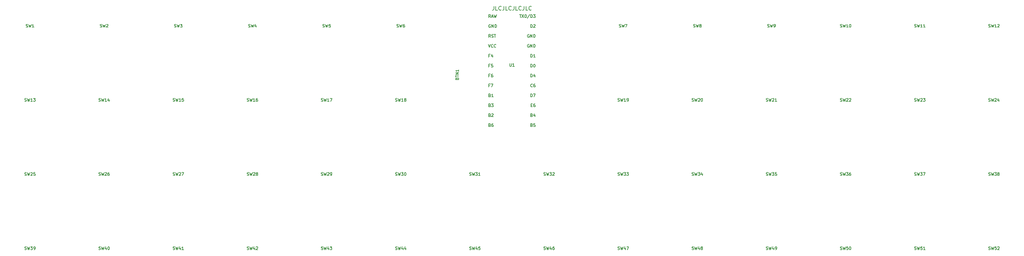
<source format=gto>
G04 #@! TF.GenerationSoftware,KiCad,Pcbnew,(5.1.4)-1*
G04 #@! TF.CreationDate,2021-09-19T22:58:24-04:00*
G04 #@! TF.ProjectId,horizon-mx,686f7269-7a6f-46e2-9d6d-782e6b696361,rev?*
G04 #@! TF.SameCoordinates,Original*
G04 #@! TF.FileFunction,Legend,Top*
G04 #@! TF.FilePolarity,Positive*
%FSLAX46Y46*%
G04 Gerber Fmt 4.6, Leading zero omitted, Abs format (unit mm)*
G04 Created by KiCad (PCBNEW (5.1.4)-1) date 2021-09-19 22:58:24*
%MOMM*%
%LPD*%
G04 APERTURE LIST*
%ADD10C,0.150000*%
%ADD11C,1.902000*%
%ADD12C,1.852000*%
%ADD13C,2.402000*%
%ADD14C,4.102000*%
%ADD15C,0.802000*%
%ADD16C,4.502000*%
G04 APERTURE END LIST*
D10*
X204380952Y-96452380D02*
X204380952Y-97166666D01*
X204333333Y-97309523D01*
X204238095Y-97404761D01*
X204095238Y-97452380D01*
X204000000Y-97452380D01*
X205333333Y-97452380D02*
X204857142Y-97452380D01*
X204857142Y-96452380D01*
X206238095Y-97357142D02*
X206190476Y-97404761D01*
X206047619Y-97452380D01*
X205952380Y-97452380D01*
X205809523Y-97404761D01*
X205714285Y-97309523D01*
X205666666Y-97214285D01*
X205619047Y-97023809D01*
X205619047Y-96880952D01*
X205666666Y-96690476D01*
X205714285Y-96595238D01*
X205809523Y-96500000D01*
X205952380Y-96452380D01*
X206047619Y-96452380D01*
X206190476Y-96500000D01*
X206238095Y-96547619D01*
X206952380Y-96452380D02*
X206952380Y-97166666D01*
X206904761Y-97309523D01*
X206809523Y-97404761D01*
X206666666Y-97452380D01*
X206571428Y-97452380D01*
X207904761Y-97452380D02*
X207428571Y-97452380D01*
X207428571Y-96452380D01*
X208809523Y-97357142D02*
X208761904Y-97404761D01*
X208619047Y-97452380D01*
X208523809Y-97452380D01*
X208380952Y-97404761D01*
X208285714Y-97309523D01*
X208238095Y-97214285D01*
X208190476Y-97023809D01*
X208190476Y-96880952D01*
X208238095Y-96690476D01*
X208285714Y-96595238D01*
X208380952Y-96500000D01*
X208523809Y-96452380D01*
X208619047Y-96452380D01*
X208761904Y-96500000D01*
X208809523Y-96547619D01*
X209523809Y-96452380D02*
X209523809Y-97166666D01*
X209476190Y-97309523D01*
X209380952Y-97404761D01*
X209238095Y-97452380D01*
X209142857Y-97452380D01*
X210476190Y-97452380D02*
X210000000Y-97452380D01*
X210000000Y-96452380D01*
X211380952Y-97357142D02*
X211333333Y-97404761D01*
X211190476Y-97452380D01*
X211095238Y-97452380D01*
X210952380Y-97404761D01*
X210857142Y-97309523D01*
X210809523Y-97214285D01*
X210761904Y-97023809D01*
X210761904Y-96880952D01*
X210809523Y-96690476D01*
X210857142Y-96595238D01*
X210952380Y-96500000D01*
X211095238Y-96452380D01*
X211190476Y-96452380D01*
X211333333Y-96500000D01*
X211380952Y-96547619D01*
X212095238Y-96452380D02*
X212095238Y-97166666D01*
X212047619Y-97309523D01*
X211952380Y-97404761D01*
X211809523Y-97452380D01*
X211714285Y-97452380D01*
X213047619Y-97452380D02*
X212571428Y-97452380D01*
X212571428Y-96452380D01*
X213952380Y-97357142D02*
X213904761Y-97404761D01*
X213761904Y-97452380D01*
X213666666Y-97452380D01*
X213523809Y-97404761D01*
X213428571Y-97309523D01*
X213380952Y-97214285D01*
X213333333Y-97023809D01*
X213333333Y-96880952D01*
X213380952Y-96690476D01*
X213428571Y-96595238D01*
X213523809Y-96500000D01*
X213666666Y-96452380D01*
X213761904Y-96452380D01*
X213904761Y-96500000D01*
X213952380Y-96547619D01*
X194946428Y-114982142D02*
X194982142Y-114875000D01*
X195017857Y-114839285D01*
X195089285Y-114803571D01*
X195196428Y-114803571D01*
X195267857Y-114839285D01*
X195303571Y-114875000D01*
X195339285Y-114946428D01*
X195339285Y-115232142D01*
X194589285Y-115232142D01*
X194589285Y-114982142D01*
X194625000Y-114910714D01*
X194660714Y-114875000D01*
X194732142Y-114839285D01*
X194803571Y-114839285D01*
X194875000Y-114875000D01*
X194910714Y-114910714D01*
X194946428Y-114982142D01*
X194946428Y-115232142D01*
X194589285Y-114589285D02*
X194589285Y-114160714D01*
X195339285Y-114375000D02*
X194589285Y-114375000D01*
X195339285Y-113910714D02*
X194589285Y-113910714D01*
X195339285Y-113482142D01*
X194589285Y-113482142D01*
X195339285Y-112732142D02*
X195339285Y-113160714D01*
X195339285Y-112946428D02*
X194589285Y-112946428D01*
X194696428Y-113017857D01*
X194767857Y-113089285D01*
X194803571Y-113160714D01*
X331142857Y-158803571D02*
X331250000Y-158839285D01*
X331428571Y-158839285D01*
X331500000Y-158803571D01*
X331535714Y-158767857D01*
X331571428Y-158696428D01*
X331571428Y-158625000D01*
X331535714Y-158553571D01*
X331500000Y-158517857D01*
X331428571Y-158482142D01*
X331285714Y-158446428D01*
X331214285Y-158410714D01*
X331178571Y-158375000D01*
X331142857Y-158303571D01*
X331142857Y-158232142D01*
X331178571Y-158160714D01*
X331214285Y-158125000D01*
X331285714Y-158089285D01*
X331464285Y-158089285D01*
X331571428Y-158125000D01*
X331821428Y-158089285D02*
X332000000Y-158839285D01*
X332142857Y-158303571D01*
X332285714Y-158839285D01*
X332464285Y-158089285D01*
X333107142Y-158089285D02*
X332750000Y-158089285D01*
X332714285Y-158446428D01*
X332750000Y-158410714D01*
X332821428Y-158375000D01*
X333000000Y-158375000D01*
X333071428Y-158410714D01*
X333107142Y-158446428D01*
X333142857Y-158517857D01*
X333142857Y-158696428D01*
X333107142Y-158767857D01*
X333071428Y-158803571D01*
X333000000Y-158839285D01*
X332821428Y-158839285D01*
X332750000Y-158803571D01*
X332714285Y-158767857D01*
X333428571Y-158160714D02*
X333464285Y-158125000D01*
X333535714Y-158089285D01*
X333714285Y-158089285D01*
X333785714Y-158125000D01*
X333821428Y-158160714D01*
X333857142Y-158232142D01*
X333857142Y-158303571D01*
X333821428Y-158410714D01*
X333392857Y-158839285D01*
X333857142Y-158839285D01*
X312142857Y-158803571D02*
X312250000Y-158839285D01*
X312428571Y-158839285D01*
X312500000Y-158803571D01*
X312535714Y-158767857D01*
X312571428Y-158696428D01*
X312571428Y-158625000D01*
X312535714Y-158553571D01*
X312500000Y-158517857D01*
X312428571Y-158482142D01*
X312285714Y-158446428D01*
X312214285Y-158410714D01*
X312178571Y-158375000D01*
X312142857Y-158303571D01*
X312142857Y-158232142D01*
X312178571Y-158160714D01*
X312214285Y-158125000D01*
X312285714Y-158089285D01*
X312464285Y-158089285D01*
X312571428Y-158125000D01*
X312821428Y-158089285D02*
X313000000Y-158839285D01*
X313142857Y-158303571D01*
X313285714Y-158839285D01*
X313464285Y-158089285D01*
X314107142Y-158089285D02*
X313750000Y-158089285D01*
X313714285Y-158446428D01*
X313750000Y-158410714D01*
X313821428Y-158375000D01*
X314000000Y-158375000D01*
X314071428Y-158410714D01*
X314107142Y-158446428D01*
X314142857Y-158517857D01*
X314142857Y-158696428D01*
X314107142Y-158767857D01*
X314071428Y-158803571D01*
X314000000Y-158839285D01*
X313821428Y-158839285D01*
X313750000Y-158803571D01*
X313714285Y-158767857D01*
X314857142Y-158839285D02*
X314428571Y-158839285D01*
X314642857Y-158839285D02*
X314642857Y-158089285D01*
X314571428Y-158196428D01*
X314500000Y-158267857D01*
X314428571Y-158303571D01*
X293142857Y-158803571D02*
X293250000Y-158839285D01*
X293428571Y-158839285D01*
X293500000Y-158803571D01*
X293535714Y-158767857D01*
X293571428Y-158696428D01*
X293571428Y-158625000D01*
X293535714Y-158553571D01*
X293500000Y-158517857D01*
X293428571Y-158482142D01*
X293285714Y-158446428D01*
X293214285Y-158410714D01*
X293178571Y-158375000D01*
X293142857Y-158303571D01*
X293142857Y-158232142D01*
X293178571Y-158160714D01*
X293214285Y-158125000D01*
X293285714Y-158089285D01*
X293464285Y-158089285D01*
X293571428Y-158125000D01*
X293821428Y-158089285D02*
X294000000Y-158839285D01*
X294142857Y-158303571D01*
X294285714Y-158839285D01*
X294464285Y-158089285D01*
X295107142Y-158089285D02*
X294750000Y-158089285D01*
X294714285Y-158446428D01*
X294750000Y-158410714D01*
X294821428Y-158375000D01*
X295000000Y-158375000D01*
X295071428Y-158410714D01*
X295107142Y-158446428D01*
X295142857Y-158517857D01*
X295142857Y-158696428D01*
X295107142Y-158767857D01*
X295071428Y-158803571D01*
X295000000Y-158839285D01*
X294821428Y-158839285D01*
X294750000Y-158803571D01*
X294714285Y-158767857D01*
X295607142Y-158089285D02*
X295678571Y-158089285D01*
X295750000Y-158125000D01*
X295785714Y-158160714D01*
X295821428Y-158232142D01*
X295857142Y-158375000D01*
X295857142Y-158553571D01*
X295821428Y-158696428D01*
X295785714Y-158767857D01*
X295750000Y-158803571D01*
X295678571Y-158839285D01*
X295607142Y-158839285D01*
X295535714Y-158803571D01*
X295500000Y-158767857D01*
X295464285Y-158696428D01*
X295428571Y-158553571D01*
X295428571Y-158375000D01*
X295464285Y-158232142D01*
X295500000Y-158160714D01*
X295535714Y-158125000D01*
X295607142Y-158089285D01*
X274142857Y-158803571D02*
X274250000Y-158839285D01*
X274428571Y-158839285D01*
X274500000Y-158803571D01*
X274535714Y-158767857D01*
X274571428Y-158696428D01*
X274571428Y-158625000D01*
X274535714Y-158553571D01*
X274500000Y-158517857D01*
X274428571Y-158482142D01*
X274285714Y-158446428D01*
X274214285Y-158410714D01*
X274178571Y-158375000D01*
X274142857Y-158303571D01*
X274142857Y-158232142D01*
X274178571Y-158160714D01*
X274214285Y-158125000D01*
X274285714Y-158089285D01*
X274464285Y-158089285D01*
X274571428Y-158125000D01*
X274821428Y-158089285D02*
X275000000Y-158839285D01*
X275142857Y-158303571D01*
X275285714Y-158839285D01*
X275464285Y-158089285D01*
X276071428Y-158339285D02*
X276071428Y-158839285D01*
X275892857Y-158053571D02*
X275714285Y-158589285D01*
X276178571Y-158589285D01*
X276500000Y-158839285D02*
X276642857Y-158839285D01*
X276714285Y-158803571D01*
X276750000Y-158767857D01*
X276821428Y-158660714D01*
X276857142Y-158517857D01*
X276857142Y-158232142D01*
X276821428Y-158160714D01*
X276785714Y-158125000D01*
X276714285Y-158089285D01*
X276571428Y-158089285D01*
X276500000Y-158125000D01*
X276464285Y-158160714D01*
X276428571Y-158232142D01*
X276428571Y-158410714D01*
X276464285Y-158482142D01*
X276500000Y-158517857D01*
X276571428Y-158553571D01*
X276714285Y-158553571D01*
X276785714Y-158517857D01*
X276821428Y-158482142D01*
X276857142Y-158410714D01*
X255142857Y-158803571D02*
X255250000Y-158839285D01*
X255428571Y-158839285D01*
X255500000Y-158803571D01*
X255535714Y-158767857D01*
X255571428Y-158696428D01*
X255571428Y-158625000D01*
X255535714Y-158553571D01*
X255500000Y-158517857D01*
X255428571Y-158482142D01*
X255285714Y-158446428D01*
X255214285Y-158410714D01*
X255178571Y-158375000D01*
X255142857Y-158303571D01*
X255142857Y-158232142D01*
X255178571Y-158160714D01*
X255214285Y-158125000D01*
X255285714Y-158089285D01*
X255464285Y-158089285D01*
X255571428Y-158125000D01*
X255821428Y-158089285D02*
X256000000Y-158839285D01*
X256142857Y-158303571D01*
X256285714Y-158839285D01*
X256464285Y-158089285D01*
X257071428Y-158339285D02*
X257071428Y-158839285D01*
X256892857Y-158053571D02*
X256714285Y-158589285D01*
X257178571Y-158589285D01*
X257571428Y-158410714D02*
X257500000Y-158375000D01*
X257464285Y-158339285D01*
X257428571Y-158267857D01*
X257428571Y-158232142D01*
X257464285Y-158160714D01*
X257500000Y-158125000D01*
X257571428Y-158089285D01*
X257714285Y-158089285D01*
X257785714Y-158125000D01*
X257821428Y-158160714D01*
X257857142Y-158232142D01*
X257857142Y-158267857D01*
X257821428Y-158339285D01*
X257785714Y-158375000D01*
X257714285Y-158410714D01*
X257571428Y-158410714D01*
X257500000Y-158446428D01*
X257464285Y-158482142D01*
X257428571Y-158553571D01*
X257428571Y-158696428D01*
X257464285Y-158767857D01*
X257500000Y-158803571D01*
X257571428Y-158839285D01*
X257714285Y-158839285D01*
X257785714Y-158803571D01*
X257821428Y-158767857D01*
X257857142Y-158696428D01*
X257857142Y-158553571D01*
X257821428Y-158482142D01*
X257785714Y-158446428D01*
X257714285Y-158410714D01*
X236142857Y-158803571D02*
X236250000Y-158839285D01*
X236428571Y-158839285D01*
X236500000Y-158803571D01*
X236535714Y-158767857D01*
X236571428Y-158696428D01*
X236571428Y-158625000D01*
X236535714Y-158553571D01*
X236500000Y-158517857D01*
X236428571Y-158482142D01*
X236285714Y-158446428D01*
X236214285Y-158410714D01*
X236178571Y-158375000D01*
X236142857Y-158303571D01*
X236142857Y-158232142D01*
X236178571Y-158160714D01*
X236214285Y-158125000D01*
X236285714Y-158089285D01*
X236464285Y-158089285D01*
X236571428Y-158125000D01*
X236821428Y-158089285D02*
X237000000Y-158839285D01*
X237142857Y-158303571D01*
X237285714Y-158839285D01*
X237464285Y-158089285D01*
X238071428Y-158339285D02*
X238071428Y-158839285D01*
X237892857Y-158053571D02*
X237714285Y-158589285D01*
X238178571Y-158589285D01*
X238392857Y-158089285D02*
X238892857Y-158089285D01*
X238571428Y-158839285D01*
X217142857Y-158803571D02*
X217250000Y-158839285D01*
X217428571Y-158839285D01*
X217500000Y-158803571D01*
X217535714Y-158767857D01*
X217571428Y-158696428D01*
X217571428Y-158625000D01*
X217535714Y-158553571D01*
X217500000Y-158517857D01*
X217428571Y-158482142D01*
X217285714Y-158446428D01*
X217214285Y-158410714D01*
X217178571Y-158375000D01*
X217142857Y-158303571D01*
X217142857Y-158232142D01*
X217178571Y-158160714D01*
X217214285Y-158125000D01*
X217285714Y-158089285D01*
X217464285Y-158089285D01*
X217571428Y-158125000D01*
X217821428Y-158089285D02*
X218000000Y-158839285D01*
X218142857Y-158303571D01*
X218285714Y-158839285D01*
X218464285Y-158089285D01*
X219071428Y-158339285D02*
X219071428Y-158839285D01*
X218892857Y-158053571D02*
X218714285Y-158589285D01*
X219178571Y-158589285D01*
X219785714Y-158089285D02*
X219642857Y-158089285D01*
X219571428Y-158125000D01*
X219535714Y-158160714D01*
X219464285Y-158267857D01*
X219428571Y-158410714D01*
X219428571Y-158696428D01*
X219464285Y-158767857D01*
X219500000Y-158803571D01*
X219571428Y-158839285D01*
X219714285Y-158839285D01*
X219785714Y-158803571D01*
X219821428Y-158767857D01*
X219857142Y-158696428D01*
X219857142Y-158517857D01*
X219821428Y-158446428D01*
X219785714Y-158410714D01*
X219714285Y-158375000D01*
X219571428Y-158375000D01*
X219500000Y-158410714D01*
X219464285Y-158446428D01*
X219428571Y-158517857D01*
X198142857Y-158803571D02*
X198250000Y-158839285D01*
X198428571Y-158839285D01*
X198500000Y-158803571D01*
X198535714Y-158767857D01*
X198571428Y-158696428D01*
X198571428Y-158625000D01*
X198535714Y-158553571D01*
X198500000Y-158517857D01*
X198428571Y-158482142D01*
X198285714Y-158446428D01*
X198214285Y-158410714D01*
X198178571Y-158375000D01*
X198142857Y-158303571D01*
X198142857Y-158232142D01*
X198178571Y-158160714D01*
X198214285Y-158125000D01*
X198285714Y-158089285D01*
X198464285Y-158089285D01*
X198571428Y-158125000D01*
X198821428Y-158089285D02*
X199000000Y-158839285D01*
X199142857Y-158303571D01*
X199285714Y-158839285D01*
X199464285Y-158089285D01*
X200071428Y-158339285D02*
X200071428Y-158839285D01*
X199892857Y-158053571D02*
X199714285Y-158589285D01*
X200178571Y-158589285D01*
X200821428Y-158089285D02*
X200464285Y-158089285D01*
X200428571Y-158446428D01*
X200464285Y-158410714D01*
X200535714Y-158375000D01*
X200714285Y-158375000D01*
X200785714Y-158410714D01*
X200821428Y-158446428D01*
X200857142Y-158517857D01*
X200857142Y-158696428D01*
X200821428Y-158767857D01*
X200785714Y-158803571D01*
X200714285Y-158839285D01*
X200535714Y-158839285D01*
X200464285Y-158803571D01*
X200428571Y-158767857D01*
X179142857Y-158803571D02*
X179250000Y-158839285D01*
X179428571Y-158839285D01*
X179500000Y-158803571D01*
X179535714Y-158767857D01*
X179571428Y-158696428D01*
X179571428Y-158625000D01*
X179535714Y-158553571D01*
X179500000Y-158517857D01*
X179428571Y-158482142D01*
X179285714Y-158446428D01*
X179214285Y-158410714D01*
X179178571Y-158375000D01*
X179142857Y-158303571D01*
X179142857Y-158232142D01*
X179178571Y-158160714D01*
X179214285Y-158125000D01*
X179285714Y-158089285D01*
X179464285Y-158089285D01*
X179571428Y-158125000D01*
X179821428Y-158089285D02*
X180000000Y-158839285D01*
X180142857Y-158303571D01*
X180285714Y-158839285D01*
X180464285Y-158089285D01*
X181071428Y-158339285D02*
X181071428Y-158839285D01*
X180892857Y-158053571D02*
X180714285Y-158589285D01*
X181178571Y-158589285D01*
X181785714Y-158339285D02*
X181785714Y-158839285D01*
X181607142Y-158053571D02*
X181428571Y-158589285D01*
X181892857Y-158589285D01*
X160142857Y-158803571D02*
X160250000Y-158839285D01*
X160428571Y-158839285D01*
X160500000Y-158803571D01*
X160535714Y-158767857D01*
X160571428Y-158696428D01*
X160571428Y-158625000D01*
X160535714Y-158553571D01*
X160500000Y-158517857D01*
X160428571Y-158482142D01*
X160285714Y-158446428D01*
X160214285Y-158410714D01*
X160178571Y-158375000D01*
X160142857Y-158303571D01*
X160142857Y-158232142D01*
X160178571Y-158160714D01*
X160214285Y-158125000D01*
X160285714Y-158089285D01*
X160464285Y-158089285D01*
X160571428Y-158125000D01*
X160821428Y-158089285D02*
X161000000Y-158839285D01*
X161142857Y-158303571D01*
X161285714Y-158839285D01*
X161464285Y-158089285D01*
X162071428Y-158339285D02*
X162071428Y-158839285D01*
X161892857Y-158053571D02*
X161714285Y-158589285D01*
X162178571Y-158589285D01*
X162392857Y-158089285D02*
X162857142Y-158089285D01*
X162607142Y-158375000D01*
X162714285Y-158375000D01*
X162785714Y-158410714D01*
X162821428Y-158446428D01*
X162857142Y-158517857D01*
X162857142Y-158696428D01*
X162821428Y-158767857D01*
X162785714Y-158803571D01*
X162714285Y-158839285D01*
X162500000Y-158839285D01*
X162428571Y-158803571D01*
X162392857Y-158767857D01*
X141142857Y-158803571D02*
X141250000Y-158839285D01*
X141428571Y-158839285D01*
X141500000Y-158803571D01*
X141535714Y-158767857D01*
X141571428Y-158696428D01*
X141571428Y-158625000D01*
X141535714Y-158553571D01*
X141500000Y-158517857D01*
X141428571Y-158482142D01*
X141285714Y-158446428D01*
X141214285Y-158410714D01*
X141178571Y-158375000D01*
X141142857Y-158303571D01*
X141142857Y-158232142D01*
X141178571Y-158160714D01*
X141214285Y-158125000D01*
X141285714Y-158089285D01*
X141464285Y-158089285D01*
X141571428Y-158125000D01*
X141821428Y-158089285D02*
X142000000Y-158839285D01*
X142142857Y-158303571D01*
X142285714Y-158839285D01*
X142464285Y-158089285D01*
X143071428Y-158339285D02*
X143071428Y-158839285D01*
X142892857Y-158053571D02*
X142714285Y-158589285D01*
X143178571Y-158589285D01*
X143428571Y-158160714D02*
X143464285Y-158125000D01*
X143535714Y-158089285D01*
X143714285Y-158089285D01*
X143785714Y-158125000D01*
X143821428Y-158160714D01*
X143857142Y-158232142D01*
X143857142Y-158303571D01*
X143821428Y-158410714D01*
X143392857Y-158839285D01*
X143857142Y-158839285D01*
X122142857Y-158803571D02*
X122250000Y-158839285D01*
X122428571Y-158839285D01*
X122500000Y-158803571D01*
X122535714Y-158767857D01*
X122571428Y-158696428D01*
X122571428Y-158625000D01*
X122535714Y-158553571D01*
X122500000Y-158517857D01*
X122428571Y-158482142D01*
X122285714Y-158446428D01*
X122214285Y-158410714D01*
X122178571Y-158375000D01*
X122142857Y-158303571D01*
X122142857Y-158232142D01*
X122178571Y-158160714D01*
X122214285Y-158125000D01*
X122285714Y-158089285D01*
X122464285Y-158089285D01*
X122571428Y-158125000D01*
X122821428Y-158089285D02*
X123000000Y-158839285D01*
X123142857Y-158303571D01*
X123285714Y-158839285D01*
X123464285Y-158089285D01*
X124071428Y-158339285D02*
X124071428Y-158839285D01*
X123892857Y-158053571D02*
X123714285Y-158589285D01*
X124178571Y-158589285D01*
X124857142Y-158839285D02*
X124428571Y-158839285D01*
X124642857Y-158839285D02*
X124642857Y-158089285D01*
X124571428Y-158196428D01*
X124500000Y-158267857D01*
X124428571Y-158303571D01*
X103142857Y-158803571D02*
X103250000Y-158839285D01*
X103428571Y-158839285D01*
X103500000Y-158803571D01*
X103535714Y-158767857D01*
X103571428Y-158696428D01*
X103571428Y-158625000D01*
X103535714Y-158553571D01*
X103500000Y-158517857D01*
X103428571Y-158482142D01*
X103285714Y-158446428D01*
X103214285Y-158410714D01*
X103178571Y-158375000D01*
X103142857Y-158303571D01*
X103142857Y-158232142D01*
X103178571Y-158160714D01*
X103214285Y-158125000D01*
X103285714Y-158089285D01*
X103464285Y-158089285D01*
X103571428Y-158125000D01*
X103821428Y-158089285D02*
X104000000Y-158839285D01*
X104142857Y-158303571D01*
X104285714Y-158839285D01*
X104464285Y-158089285D01*
X105071428Y-158339285D02*
X105071428Y-158839285D01*
X104892857Y-158053571D02*
X104714285Y-158589285D01*
X105178571Y-158589285D01*
X105607142Y-158089285D02*
X105678571Y-158089285D01*
X105750000Y-158125000D01*
X105785714Y-158160714D01*
X105821428Y-158232142D01*
X105857142Y-158375000D01*
X105857142Y-158553571D01*
X105821428Y-158696428D01*
X105785714Y-158767857D01*
X105750000Y-158803571D01*
X105678571Y-158839285D01*
X105607142Y-158839285D01*
X105535714Y-158803571D01*
X105500000Y-158767857D01*
X105464285Y-158696428D01*
X105428571Y-158553571D01*
X105428571Y-158375000D01*
X105464285Y-158232142D01*
X105500000Y-158160714D01*
X105535714Y-158125000D01*
X105607142Y-158089285D01*
X84142857Y-158803571D02*
X84250000Y-158839285D01*
X84428571Y-158839285D01*
X84500000Y-158803571D01*
X84535714Y-158767857D01*
X84571428Y-158696428D01*
X84571428Y-158625000D01*
X84535714Y-158553571D01*
X84500000Y-158517857D01*
X84428571Y-158482142D01*
X84285714Y-158446428D01*
X84214285Y-158410714D01*
X84178571Y-158375000D01*
X84142857Y-158303571D01*
X84142857Y-158232142D01*
X84178571Y-158160714D01*
X84214285Y-158125000D01*
X84285714Y-158089285D01*
X84464285Y-158089285D01*
X84571428Y-158125000D01*
X84821428Y-158089285D02*
X85000000Y-158839285D01*
X85142857Y-158303571D01*
X85285714Y-158839285D01*
X85464285Y-158089285D01*
X85678571Y-158089285D02*
X86142857Y-158089285D01*
X85892857Y-158375000D01*
X86000000Y-158375000D01*
X86071428Y-158410714D01*
X86107142Y-158446428D01*
X86142857Y-158517857D01*
X86142857Y-158696428D01*
X86107142Y-158767857D01*
X86071428Y-158803571D01*
X86000000Y-158839285D01*
X85785714Y-158839285D01*
X85714285Y-158803571D01*
X85678571Y-158767857D01*
X86500000Y-158839285D02*
X86642857Y-158839285D01*
X86714285Y-158803571D01*
X86750000Y-158767857D01*
X86821428Y-158660714D01*
X86857142Y-158517857D01*
X86857142Y-158232142D01*
X86821428Y-158160714D01*
X86785714Y-158125000D01*
X86714285Y-158089285D01*
X86571428Y-158089285D01*
X86500000Y-158125000D01*
X86464285Y-158160714D01*
X86428571Y-158232142D01*
X86428571Y-158410714D01*
X86464285Y-158482142D01*
X86500000Y-158517857D01*
X86571428Y-158553571D01*
X86714285Y-158553571D01*
X86785714Y-158517857D01*
X86821428Y-158482142D01*
X86857142Y-158410714D01*
X331142857Y-139803571D02*
X331250000Y-139839285D01*
X331428571Y-139839285D01*
X331500000Y-139803571D01*
X331535714Y-139767857D01*
X331571428Y-139696428D01*
X331571428Y-139625000D01*
X331535714Y-139553571D01*
X331500000Y-139517857D01*
X331428571Y-139482142D01*
X331285714Y-139446428D01*
X331214285Y-139410714D01*
X331178571Y-139375000D01*
X331142857Y-139303571D01*
X331142857Y-139232142D01*
X331178571Y-139160714D01*
X331214285Y-139125000D01*
X331285714Y-139089285D01*
X331464285Y-139089285D01*
X331571428Y-139125000D01*
X331821428Y-139089285D02*
X332000000Y-139839285D01*
X332142857Y-139303571D01*
X332285714Y-139839285D01*
X332464285Y-139089285D01*
X332678571Y-139089285D02*
X333142857Y-139089285D01*
X332892857Y-139375000D01*
X333000000Y-139375000D01*
X333071428Y-139410714D01*
X333107142Y-139446428D01*
X333142857Y-139517857D01*
X333142857Y-139696428D01*
X333107142Y-139767857D01*
X333071428Y-139803571D01*
X333000000Y-139839285D01*
X332785714Y-139839285D01*
X332714285Y-139803571D01*
X332678571Y-139767857D01*
X333571428Y-139410714D02*
X333500000Y-139375000D01*
X333464285Y-139339285D01*
X333428571Y-139267857D01*
X333428571Y-139232142D01*
X333464285Y-139160714D01*
X333500000Y-139125000D01*
X333571428Y-139089285D01*
X333714285Y-139089285D01*
X333785714Y-139125000D01*
X333821428Y-139160714D01*
X333857142Y-139232142D01*
X333857142Y-139267857D01*
X333821428Y-139339285D01*
X333785714Y-139375000D01*
X333714285Y-139410714D01*
X333571428Y-139410714D01*
X333500000Y-139446428D01*
X333464285Y-139482142D01*
X333428571Y-139553571D01*
X333428571Y-139696428D01*
X333464285Y-139767857D01*
X333500000Y-139803571D01*
X333571428Y-139839285D01*
X333714285Y-139839285D01*
X333785714Y-139803571D01*
X333821428Y-139767857D01*
X333857142Y-139696428D01*
X333857142Y-139553571D01*
X333821428Y-139482142D01*
X333785714Y-139446428D01*
X333714285Y-139410714D01*
X312142857Y-139803571D02*
X312250000Y-139839285D01*
X312428571Y-139839285D01*
X312500000Y-139803571D01*
X312535714Y-139767857D01*
X312571428Y-139696428D01*
X312571428Y-139625000D01*
X312535714Y-139553571D01*
X312500000Y-139517857D01*
X312428571Y-139482142D01*
X312285714Y-139446428D01*
X312214285Y-139410714D01*
X312178571Y-139375000D01*
X312142857Y-139303571D01*
X312142857Y-139232142D01*
X312178571Y-139160714D01*
X312214285Y-139125000D01*
X312285714Y-139089285D01*
X312464285Y-139089285D01*
X312571428Y-139125000D01*
X312821428Y-139089285D02*
X313000000Y-139839285D01*
X313142857Y-139303571D01*
X313285714Y-139839285D01*
X313464285Y-139089285D01*
X313678571Y-139089285D02*
X314142857Y-139089285D01*
X313892857Y-139375000D01*
X314000000Y-139375000D01*
X314071428Y-139410714D01*
X314107142Y-139446428D01*
X314142857Y-139517857D01*
X314142857Y-139696428D01*
X314107142Y-139767857D01*
X314071428Y-139803571D01*
X314000000Y-139839285D01*
X313785714Y-139839285D01*
X313714285Y-139803571D01*
X313678571Y-139767857D01*
X314392857Y-139089285D02*
X314892857Y-139089285D01*
X314571428Y-139839285D01*
X293142857Y-139803571D02*
X293250000Y-139839285D01*
X293428571Y-139839285D01*
X293500000Y-139803571D01*
X293535714Y-139767857D01*
X293571428Y-139696428D01*
X293571428Y-139625000D01*
X293535714Y-139553571D01*
X293500000Y-139517857D01*
X293428571Y-139482142D01*
X293285714Y-139446428D01*
X293214285Y-139410714D01*
X293178571Y-139375000D01*
X293142857Y-139303571D01*
X293142857Y-139232142D01*
X293178571Y-139160714D01*
X293214285Y-139125000D01*
X293285714Y-139089285D01*
X293464285Y-139089285D01*
X293571428Y-139125000D01*
X293821428Y-139089285D02*
X294000000Y-139839285D01*
X294142857Y-139303571D01*
X294285714Y-139839285D01*
X294464285Y-139089285D01*
X294678571Y-139089285D02*
X295142857Y-139089285D01*
X294892857Y-139375000D01*
X295000000Y-139375000D01*
X295071428Y-139410714D01*
X295107142Y-139446428D01*
X295142857Y-139517857D01*
X295142857Y-139696428D01*
X295107142Y-139767857D01*
X295071428Y-139803571D01*
X295000000Y-139839285D01*
X294785714Y-139839285D01*
X294714285Y-139803571D01*
X294678571Y-139767857D01*
X295785714Y-139089285D02*
X295642857Y-139089285D01*
X295571428Y-139125000D01*
X295535714Y-139160714D01*
X295464285Y-139267857D01*
X295428571Y-139410714D01*
X295428571Y-139696428D01*
X295464285Y-139767857D01*
X295500000Y-139803571D01*
X295571428Y-139839285D01*
X295714285Y-139839285D01*
X295785714Y-139803571D01*
X295821428Y-139767857D01*
X295857142Y-139696428D01*
X295857142Y-139517857D01*
X295821428Y-139446428D01*
X295785714Y-139410714D01*
X295714285Y-139375000D01*
X295571428Y-139375000D01*
X295500000Y-139410714D01*
X295464285Y-139446428D01*
X295428571Y-139517857D01*
X274142857Y-139803571D02*
X274250000Y-139839285D01*
X274428571Y-139839285D01*
X274500000Y-139803571D01*
X274535714Y-139767857D01*
X274571428Y-139696428D01*
X274571428Y-139625000D01*
X274535714Y-139553571D01*
X274500000Y-139517857D01*
X274428571Y-139482142D01*
X274285714Y-139446428D01*
X274214285Y-139410714D01*
X274178571Y-139375000D01*
X274142857Y-139303571D01*
X274142857Y-139232142D01*
X274178571Y-139160714D01*
X274214285Y-139125000D01*
X274285714Y-139089285D01*
X274464285Y-139089285D01*
X274571428Y-139125000D01*
X274821428Y-139089285D02*
X275000000Y-139839285D01*
X275142857Y-139303571D01*
X275285714Y-139839285D01*
X275464285Y-139089285D01*
X275678571Y-139089285D02*
X276142857Y-139089285D01*
X275892857Y-139375000D01*
X276000000Y-139375000D01*
X276071428Y-139410714D01*
X276107142Y-139446428D01*
X276142857Y-139517857D01*
X276142857Y-139696428D01*
X276107142Y-139767857D01*
X276071428Y-139803571D01*
X276000000Y-139839285D01*
X275785714Y-139839285D01*
X275714285Y-139803571D01*
X275678571Y-139767857D01*
X276821428Y-139089285D02*
X276464285Y-139089285D01*
X276428571Y-139446428D01*
X276464285Y-139410714D01*
X276535714Y-139375000D01*
X276714285Y-139375000D01*
X276785714Y-139410714D01*
X276821428Y-139446428D01*
X276857142Y-139517857D01*
X276857142Y-139696428D01*
X276821428Y-139767857D01*
X276785714Y-139803571D01*
X276714285Y-139839285D01*
X276535714Y-139839285D01*
X276464285Y-139803571D01*
X276428571Y-139767857D01*
X255142857Y-139803571D02*
X255250000Y-139839285D01*
X255428571Y-139839285D01*
X255500000Y-139803571D01*
X255535714Y-139767857D01*
X255571428Y-139696428D01*
X255571428Y-139625000D01*
X255535714Y-139553571D01*
X255500000Y-139517857D01*
X255428571Y-139482142D01*
X255285714Y-139446428D01*
X255214285Y-139410714D01*
X255178571Y-139375000D01*
X255142857Y-139303571D01*
X255142857Y-139232142D01*
X255178571Y-139160714D01*
X255214285Y-139125000D01*
X255285714Y-139089285D01*
X255464285Y-139089285D01*
X255571428Y-139125000D01*
X255821428Y-139089285D02*
X256000000Y-139839285D01*
X256142857Y-139303571D01*
X256285714Y-139839285D01*
X256464285Y-139089285D01*
X256678571Y-139089285D02*
X257142857Y-139089285D01*
X256892857Y-139375000D01*
X257000000Y-139375000D01*
X257071428Y-139410714D01*
X257107142Y-139446428D01*
X257142857Y-139517857D01*
X257142857Y-139696428D01*
X257107142Y-139767857D01*
X257071428Y-139803571D01*
X257000000Y-139839285D01*
X256785714Y-139839285D01*
X256714285Y-139803571D01*
X256678571Y-139767857D01*
X257785714Y-139339285D02*
X257785714Y-139839285D01*
X257607142Y-139053571D02*
X257428571Y-139589285D01*
X257892857Y-139589285D01*
X236142857Y-139803571D02*
X236250000Y-139839285D01*
X236428571Y-139839285D01*
X236500000Y-139803571D01*
X236535714Y-139767857D01*
X236571428Y-139696428D01*
X236571428Y-139625000D01*
X236535714Y-139553571D01*
X236500000Y-139517857D01*
X236428571Y-139482142D01*
X236285714Y-139446428D01*
X236214285Y-139410714D01*
X236178571Y-139375000D01*
X236142857Y-139303571D01*
X236142857Y-139232142D01*
X236178571Y-139160714D01*
X236214285Y-139125000D01*
X236285714Y-139089285D01*
X236464285Y-139089285D01*
X236571428Y-139125000D01*
X236821428Y-139089285D02*
X237000000Y-139839285D01*
X237142857Y-139303571D01*
X237285714Y-139839285D01*
X237464285Y-139089285D01*
X237678571Y-139089285D02*
X238142857Y-139089285D01*
X237892857Y-139375000D01*
X238000000Y-139375000D01*
X238071428Y-139410714D01*
X238107142Y-139446428D01*
X238142857Y-139517857D01*
X238142857Y-139696428D01*
X238107142Y-139767857D01*
X238071428Y-139803571D01*
X238000000Y-139839285D01*
X237785714Y-139839285D01*
X237714285Y-139803571D01*
X237678571Y-139767857D01*
X238392857Y-139089285D02*
X238857142Y-139089285D01*
X238607142Y-139375000D01*
X238714285Y-139375000D01*
X238785714Y-139410714D01*
X238821428Y-139446428D01*
X238857142Y-139517857D01*
X238857142Y-139696428D01*
X238821428Y-139767857D01*
X238785714Y-139803571D01*
X238714285Y-139839285D01*
X238500000Y-139839285D01*
X238428571Y-139803571D01*
X238392857Y-139767857D01*
X217142857Y-139803571D02*
X217250000Y-139839285D01*
X217428571Y-139839285D01*
X217500000Y-139803571D01*
X217535714Y-139767857D01*
X217571428Y-139696428D01*
X217571428Y-139625000D01*
X217535714Y-139553571D01*
X217500000Y-139517857D01*
X217428571Y-139482142D01*
X217285714Y-139446428D01*
X217214285Y-139410714D01*
X217178571Y-139375000D01*
X217142857Y-139303571D01*
X217142857Y-139232142D01*
X217178571Y-139160714D01*
X217214285Y-139125000D01*
X217285714Y-139089285D01*
X217464285Y-139089285D01*
X217571428Y-139125000D01*
X217821428Y-139089285D02*
X218000000Y-139839285D01*
X218142857Y-139303571D01*
X218285714Y-139839285D01*
X218464285Y-139089285D01*
X218678571Y-139089285D02*
X219142857Y-139089285D01*
X218892857Y-139375000D01*
X219000000Y-139375000D01*
X219071428Y-139410714D01*
X219107142Y-139446428D01*
X219142857Y-139517857D01*
X219142857Y-139696428D01*
X219107142Y-139767857D01*
X219071428Y-139803571D01*
X219000000Y-139839285D01*
X218785714Y-139839285D01*
X218714285Y-139803571D01*
X218678571Y-139767857D01*
X219428571Y-139160714D02*
X219464285Y-139125000D01*
X219535714Y-139089285D01*
X219714285Y-139089285D01*
X219785714Y-139125000D01*
X219821428Y-139160714D01*
X219857142Y-139232142D01*
X219857142Y-139303571D01*
X219821428Y-139410714D01*
X219392857Y-139839285D01*
X219857142Y-139839285D01*
X198142857Y-139803571D02*
X198250000Y-139839285D01*
X198428571Y-139839285D01*
X198500000Y-139803571D01*
X198535714Y-139767857D01*
X198571428Y-139696428D01*
X198571428Y-139625000D01*
X198535714Y-139553571D01*
X198500000Y-139517857D01*
X198428571Y-139482142D01*
X198285714Y-139446428D01*
X198214285Y-139410714D01*
X198178571Y-139375000D01*
X198142857Y-139303571D01*
X198142857Y-139232142D01*
X198178571Y-139160714D01*
X198214285Y-139125000D01*
X198285714Y-139089285D01*
X198464285Y-139089285D01*
X198571428Y-139125000D01*
X198821428Y-139089285D02*
X199000000Y-139839285D01*
X199142857Y-139303571D01*
X199285714Y-139839285D01*
X199464285Y-139089285D01*
X199678571Y-139089285D02*
X200142857Y-139089285D01*
X199892857Y-139375000D01*
X200000000Y-139375000D01*
X200071428Y-139410714D01*
X200107142Y-139446428D01*
X200142857Y-139517857D01*
X200142857Y-139696428D01*
X200107142Y-139767857D01*
X200071428Y-139803571D01*
X200000000Y-139839285D01*
X199785714Y-139839285D01*
X199714285Y-139803571D01*
X199678571Y-139767857D01*
X200857142Y-139839285D02*
X200428571Y-139839285D01*
X200642857Y-139839285D02*
X200642857Y-139089285D01*
X200571428Y-139196428D01*
X200500000Y-139267857D01*
X200428571Y-139303571D01*
X179142857Y-139803571D02*
X179250000Y-139839285D01*
X179428571Y-139839285D01*
X179500000Y-139803571D01*
X179535714Y-139767857D01*
X179571428Y-139696428D01*
X179571428Y-139625000D01*
X179535714Y-139553571D01*
X179500000Y-139517857D01*
X179428571Y-139482142D01*
X179285714Y-139446428D01*
X179214285Y-139410714D01*
X179178571Y-139375000D01*
X179142857Y-139303571D01*
X179142857Y-139232142D01*
X179178571Y-139160714D01*
X179214285Y-139125000D01*
X179285714Y-139089285D01*
X179464285Y-139089285D01*
X179571428Y-139125000D01*
X179821428Y-139089285D02*
X180000000Y-139839285D01*
X180142857Y-139303571D01*
X180285714Y-139839285D01*
X180464285Y-139089285D01*
X180678571Y-139089285D02*
X181142857Y-139089285D01*
X180892857Y-139375000D01*
X181000000Y-139375000D01*
X181071428Y-139410714D01*
X181107142Y-139446428D01*
X181142857Y-139517857D01*
X181142857Y-139696428D01*
X181107142Y-139767857D01*
X181071428Y-139803571D01*
X181000000Y-139839285D01*
X180785714Y-139839285D01*
X180714285Y-139803571D01*
X180678571Y-139767857D01*
X181607142Y-139089285D02*
X181678571Y-139089285D01*
X181750000Y-139125000D01*
X181785714Y-139160714D01*
X181821428Y-139232142D01*
X181857142Y-139375000D01*
X181857142Y-139553571D01*
X181821428Y-139696428D01*
X181785714Y-139767857D01*
X181750000Y-139803571D01*
X181678571Y-139839285D01*
X181607142Y-139839285D01*
X181535714Y-139803571D01*
X181500000Y-139767857D01*
X181464285Y-139696428D01*
X181428571Y-139553571D01*
X181428571Y-139375000D01*
X181464285Y-139232142D01*
X181500000Y-139160714D01*
X181535714Y-139125000D01*
X181607142Y-139089285D01*
X160142857Y-139803571D02*
X160250000Y-139839285D01*
X160428571Y-139839285D01*
X160500000Y-139803571D01*
X160535714Y-139767857D01*
X160571428Y-139696428D01*
X160571428Y-139625000D01*
X160535714Y-139553571D01*
X160500000Y-139517857D01*
X160428571Y-139482142D01*
X160285714Y-139446428D01*
X160214285Y-139410714D01*
X160178571Y-139375000D01*
X160142857Y-139303571D01*
X160142857Y-139232142D01*
X160178571Y-139160714D01*
X160214285Y-139125000D01*
X160285714Y-139089285D01*
X160464285Y-139089285D01*
X160571428Y-139125000D01*
X160821428Y-139089285D02*
X161000000Y-139839285D01*
X161142857Y-139303571D01*
X161285714Y-139839285D01*
X161464285Y-139089285D01*
X161714285Y-139160714D02*
X161750000Y-139125000D01*
X161821428Y-139089285D01*
X162000000Y-139089285D01*
X162071428Y-139125000D01*
X162107142Y-139160714D01*
X162142857Y-139232142D01*
X162142857Y-139303571D01*
X162107142Y-139410714D01*
X161678571Y-139839285D01*
X162142857Y-139839285D01*
X162500000Y-139839285D02*
X162642857Y-139839285D01*
X162714285Y-139803571D01*
X162750000Y-139767857D01*
X162821428Y-139660714D01*
X162857142Y-139517857D01*
X162857142Y-139232142D01*
X162821428Y-139160714D01*
X162785714Y-139125000D01*
X162714285Y-139089285D01*
X162571428Y-139089285D01*
X162500000Y-139125000D01*
X162464285Y-139160714D01*
X162428571Y-139232142D01*
X162428571Y-139410714D01*
X162464285Y-139482142D01*
X162500000Y-139517857D01*
X162571428Y-139553571D01*
X162714285Y-139553571D01*
X162785714Y-139517857D01*
X162821428Y-139482142D01*
X162857142Y-139410714D01*
X141142857Y-139803571D02*
X141250000Y-139839285D01*
X141428571Y-139839285D01*
X141500000Y-139803571D01*
X141535714Y-139767857D01*
X141571428Y-139696428D01*
X141571428Y-139625000D01*
X141535714Y-139553571D01*
X141500000Y-139517857D01*
X141428571Y-139482142D01*
X141285714Y-139446428D01*
X141214285Y-139410714D01*
X141178571Y-139375000D01*
X141142857Y-139303571D01*
X141142857Y-139232142D01*
X141178571Y-139160714D01*
X141214285Y-139125000D01*
X141285714Y-139089285D01*
X141464285Y-139089285D01*
X141571428Y-139125000D01*
X141821428Y-139089285D02*
X142000000Y-139839285D01*
X142142857Y-139303571D01*
X142285714Y-139839285D01*
X142464285Y-139089285D01*
X142714285Y-139160714D02*
X142750000Y-139125000D01*
X142821428Y-139089285D01*
X143000000Y-139089285D01*
X143071428Y-139125000D01*
X143107142Y-139160714D01*
X143142857Y-139232142D01*
X143142857Y-139303571D01*
X143107142Y-139410714D01*
X142678571Y-139839285D01*
X143142857Y-139839285D01*
X143571428Y-139410714D02*
X143500000Y-139375000D01*
X143464285Y-139339285D01*
X143428571Y-139267857D01*
X143428571Y-139232142D01*
X143464285Y-139160714D01*
X143500000Y-139125000D01*
X143571428Y-139089285D01*
X143714285Y-139089285D01*
X143785714Y-139125000D01*
X143821428Y-139160714D01*
X143857142Y-139232142D01*
X143857142Y-139267857D01*
X143821428Y-139339285D01*
X143785714Y-139375000D01*
X143714285Y-139410714D01*
X143571428Y-139410714D01*
X143500000Y-139446428D01*
X143464285Y-139482142D01*
X143428571Y-139553571D01*
X143428571Y-139696428D01*
X143464285Y-139767857D01*
X143500000Y-139803571D01*
X143571428Y-139839285D01*
X143714285Y-139839285D01*
X143785714Y-139803571D01*
X143821428Y-139767857D01*
X143857142Y-139696428D01*
X143857142Y-139553571D01*
X143821428Y-139482142D01*
X143785714Y-139446428D01*
X143714285Y-139410714D01*
X122142857Y-139803571D02*
X122250000Y-139839285D01*
X122428571Y-139839285D01*
X122500000Y-139803571D01*
X122535714Y-139767857D01*
X122571428Y-139696428D01*
X122571428Y-139625000D01*
X122535714Y-139553571D01*
X122500000Y-139517857D01*
X122428571Y-139482142D01*
X122285714Y-139446428D01*
X122214285Y-139410714D01*
X122178571Y-139375000D01*
X122142857Y-139303571D01*
X122142857Y-139232142D01*
X122178571Y-139160714D01*
X122214285Y-139125000D01*
X122285714Y-139089285D01*
X122464285Y-139089285D01*
X122571428Y-139125000D01*
X122821428Y-139089285D02*
X123000000Y-139839285D01*
X123142857Y-139303571D01*
X123285714Y-139839285D01*
X123464285Y-139089285D01*
X123714285Y-139160714D02*
X123750000Y-139125000D01*
X123821428Y-139089285D01*
X124000000Y-139089285D01*
X124071428Y-139125000D01*
X124107142Y-139160714D01*
X124142857Y-139232142D01*
X124142857Y-139303571D01*
X124107142Y-139410714D01*
X123678571Y-139839285D01*
X124142857Y-139839285D01*
X124392857Y-139089285D02*
X124892857Y-139089285D01*
X124571428Y-139839285D01*
X103142857Y-139803571D02*
X103250000Y-139839285D01*
X103428571Y-139839285D01*
X103500000Y-139803571D01*
X103535714Y-139767857D01*
X103571428Y-139696428D01*
X103571428Y-139625000D01*
X103535714Y-139553571D01*
X103500000Y-139517857D01*
X103428571Y-139482142D01*
X103285714Y-139446428D01*
X103214285Y-139410714D01*
X103178571Y-139375000D01*
X103142857Y-139303571D01*
X103142857Y-139232142D01*
X103178571Y-139160714D01*
X103214285Y-139125000D01*
X103285714Y-139089285D01*
X103464285Y-139089285D01*
X103571428Y-139125000D01*
X103821428Y-139089285D02*
X104000000Y-139839285D01*
X104142857Y-139303571D01*
X104285714Y-139839285D01*
X104464285Y-139089285D01*
X104714285Y-139160714D02*
X104750000Y-139125000D01*
X104821428Y-139089285D01*
X105000000Y-139089285D01*
X105071428Y-139125000D01*
X105107142Y-139160714D01*
X105142857Y-139232142D01*
X105142857Y-139303571D01*
X105107142Y-139410714D01*
X104678571Y-139839285D01*
X105142857Y-139839285D01*
X105785714Y-139089285D02*
X105642857Y-139089285D01*
X105571428Y-139125000D01*
X105535714Y-139160714D01*
X105464285Y-139267857D01*
X105428571Y-139410714D01*
X105428571Y-139696428D01*
X105464285Y-139767857D01*
X105500000Y-139803571D01*
X105571428Y-139839285D01*
X105714285Y-139839285D01*
X105785714Y-139803571D01*
X105821428Y-139767857D01*
X105857142Y-139696428D01*
X105857142Y-139517857D01*
X105821428Y-139446428D01*
X105785714Y-139410714D01*
X105714285Y-139375000D01*
X105571428Y-139375000D01*
X105500000Y-139410714D01*
X105464285Y-139446428D01*
X105428571Y-139517857D01*
X84142857Y-139803571D02*
X84250000Y-139839285D01*
X84428571Y-139839285D01*
X84500000Y-139803571D01*
X84535714Y-139767857D01*
X84571428Y-139696428D01*
X84571428Y-139625000D01*
X84535714Y-139553571D01*
X84500000Y-139517857D01*
X84428571Y-139482142D01*
X84285714Y-139446428D01*
X84214285Y-139410714D01*
X84178571Y-139375000D01*
X84142857Y-139303571D01*
X84142857Y-139232142D01*
X84178571Y-139160714D01*
X84214285Y-139125000D01*
X84285714Y-139089285D01*
X84464285Y-139089285D01*
X84571428Y-139125000D01*
X84821428Y-139089285D02*
X85000000Y-139839285D01*
X85142857Y-139303571D01*
X85285714Y-139839285D01*
X85464285Y-139089285D01*
X85714285Y-139160714D02*
X85750000Y-139125000D01*
X85821428Y-139089285D01*
X86000000Y-139089285D01*
X86071428Y-139125000D01*
X86107142Y-139160714D01*
X86142857Y-139232142D01*
X86142857Y-139303571D01*
X86107142Y-139410714D01*
X85678571Y-139839285D01*
X86142857Y-139839285D01*
X86821428Y-139089285D02*
X86464285Y-139089285D01*
X86428571Y-139446428D01*
X86464285Y-139410714D01*
X86535714Y-139375000D01*
X86714285Y-139375000D01*
X86785714Y-139410714D01*
X86821428Y-139446428D01*
X86857142Y-139517857D01*
X86857142Y-139696428D01*
X86821428Y-139767857D01*
X86785714Y-139803571D01*
X86714285Y-139839285D01*
X86535714Y-139839285D01*
X86464285Y-139803571D01*
X86428571Y-139767857D01*
X331142857Y-120803571D02*
X331250000Y-120839285D01*
X331428571Y-120839285D01*
X331500000Y-120803571D01*
X331535714Y-120767857D01*
X331571428Y-120696428D01*
X331571428Y-120625000D01*
X331535714Y-120553571D01*
X331500000Y-120517857D01*
X331428571Y-120482142D01*
X331285714Y-120446428D01*
X331214285Y-120410714D01*
X331178571Y-120375000D01*
X331142857Y-120303571D01*
X331142857Y-120232142D01*
X331178571Y-120160714D01*
X331214285Y-120125000D01*
X331285714Y-120089285D01*
X331464285Y-120089285D01*
X331571428Y-120125000D01*
X331821428Y-120089285D02*
X332000000Y-120839285D01*
X332142857Y-120303571D01*
X332285714Y-120839285D01*
X332464285Y-120089285D01*
X332714285Y-120160714D02*
X332750000Y-120125000D01*
X332821428Y-120089285D01*
X333000000Y-120089285D01*
X333071428Y-120125000D01*
X333107142Y-120160714D01*
X333142857Y-120232142D01*
X333142857Y-120303571D01*
X333107142Y-120410714D01*
X332678571Y-120839285D01*
X333142857Y-120839285D01*
X333785714Y-120339285D02*
X333785714Y-120839285D01*
X333607142Y-120053571D02*
X333428571Y-120589285D01*
X333892857Y-120589285D01*
X312142857Y-120803571D02*
X312250000Y-120839285D01*
X312428571Y-120839285D01*
X312500000Y-120803571D01*
X312535714Y-120767857D01*
X312571428Y-120696428D01*
X312571428Y-120625000D01*
X312535714Y-120553571D01*
X312500000Y-120517857D01*
X312428571Y-120482142D01*
X312285714Y-120446428D01*
X312214285Y-120410714D01*
X312178571Y-120375000D01*
X312142857Y-120303571D01*
X312142857Y-120232142D01*
X312178571Y-120160714D01*
X312214285Y-120125000D01*
X312285714Y-120089285D01*
X312464285Y-120089285D01*
X312571428Y-120125000D01*
X312821428Y-120089285D02*
X313000000Y-120839285D01*
X313142857Y-120303571D01*
X313285714Y-120839285D01*
X313464285Y-120089285D01*
X313714285Y-120160714D02*
X313750000Y-120125000D01*
X313821428Y-120089285D01*
X314000000Y-120089285D01*
X314071428Y-120125000D01*
X314107142Y-120160714D01*
X314142857Y-120232142D01*
X314142857Y-120303571D01*
X314107142Y-120410714D01*
X313678571Y-120839285D01*
X314142857Y-120839285D01*
X314392857Y-120089285D02*
X314857142Y-120089285D01*
X314607142Y-120375000D01*
X314714285Y-120375000D01*
X314785714Y-120410714D01*
X314821428Y-120446428D01*
X314857142Y-120517857D01*
X314857142Y-120696428D01*
X314821428Y-120767857D01*
X314785714Y-120803571D01*
X314714285Y-120839285D01*
X314500000Y-120839285D01*
X314428571Y-120803571D01*
X314392857Y-120767857D01*
X293142857Y-120803571D02*
X293250000Y-120839285D01*
X293428571Y-120839285D01*
X293500000Y-120803571D01*
X293535714Y-120767857D01*
X293571428Y-120696428D01*
X293571428Y-120625000D01*
X293535714Y-120553571D01*
X293500000Y-120517857D01*
X293428571Y-120482142D01*
X293285714Y-120446428D01*
X293214285Y-120410714D01*
X293178571Y-120375000D01*
X293142857Y-120303571D01*
X293142857Y-120232142D01*
X293178571Y-120160714D01*
X293214285Y-120125000D01*
X293285714Y-120089285D01*
X293464285Y-120089285D01*
X293571428Y-120125000D01*
X293821428Y-120089285D02*
X294000000Y-120839285D01*
X294142857Y-120303571D01*
X294285714Y-120839285D01*
X294464285Y-120089285D01*
X294714285Y-120160714D02*
X294750000Y-120125000D01*
X294821428Y-120089285D01*
X295000000Y-120089285D01*
X295071428Y-120125000D01*
X295107142Y-120160714D01*
X295142857Y-120232142D01*
X295142857Y-120303571D01*
X295107142Y-120410714D01*
X294678571Y-120839285D01*
X295142857Y-120839285D01*
X295428571Y-120160714D02*
X295464285Y-120125000D01*
X295535714Y-120089285D01*
X295714285Y-120089285D01*
X295785714Y-120125000D01*
X295821428Y-120160714D01*
X295857142Y-120232142D01*
X295857142Y-120303571D01*
X295821428Y-120410714D01*
X295392857Y-120839285D01*
X295857142Y-120839285D01*
X274142857Y-120803571D02*
X274250000Y-120839285D01*
X274428571Y-120839285D01*
X274500000Y-120803571D01*
X274535714Y-120767857D01*
X274571428Y-120696428D01*
X274571428Y-120625000D01*
X274535714Y-120553571D01*
X274500000Y-120517857D01*
X274428571Y-120482142D01*
X274285714Y-120446428D01*
X274214285Y-120410714D01*
X274178571Y-120375000D01*
X274142857Y-120303571D01*
X274142857Y-120232142D01*
X274178571Y-120160714D01*
X274214285Y-120125000D01*
X274285714Y-120089285D01*
X274464285Y-120089285D01*
X274571428Y-120125000D01*
X274821428Y-120089285D02*
X275000000Y-120839285D01*
X275142857Y-120303571D01*
X275285714Y-120839285D01*
X275464285Y-120089285D01*
X275714285Y-120160714D02*
X275750000Y-120125000D01*
X275821428Y-120089285D01*
X276000000Y-120089285D01*
X276071428Y-120125000D01*
X276107142Y-120160714D01*
X276142857Y-120232142D01*
X276142857Y-120303571D01*
X276107142Y-120410714D01*
X275678571Y-120839285D01*
X276142857Y-120839285D01*
X276857142Y-120839285D02*
X276428571Y-120839285D01*
X276642857Y-120839285D02*
X276642857Y-120089285D01*
X276571428Y-120196428D01*
X276500000Y-120267857D01*
X276428571Y-120303571D01*
X255142857Y-120803571D02*
X255250000Y-120839285D01*
X255428571Y-120839285D01*
X255500000Y-120803571D01*
X255535714Y-120767857D01*
X255571428Y-120696428D01*
X255571428Y-120625000D01*
X255535714Y-120553571D01*
X255500000Y-120517857D01*
X255428571Y-120482142D01*
X255285714Y-120446428D01*
X255214285Y-120410714D01*
X255178571Y-120375000D01*
X255142857Y-120303571D01*
X255142857Y-120232142D01*
X255178571Y-120160714D01*
X255214285Y-120125000D01*
X255285714Y-120089285D01*
X255464285Y-120089285D01*
X255571428Y-120125000D01*
X255821428Y-120089285D02*
X256000000Y-120839285D01*
X256142857Y-120303571D01*
X256285714Y-120839285D01*
X256464285Y-120089285D01*
X256714285Y-120160714D02*
X256750000Y-120125000D01*
X256821428Y-120089285D01*
X257000000Y-120089285D01*
X257071428Y-120125000D01*
X257107142Y-120160714D01*
X257142857Y-120232142D01*
X257142857Y-120303571D01*
X257107142Y-120410714D01*
X256678571Y-120839285D01*
X257142857Y-120839285D01*
X257607142Y-120089285D02*
X257678571Y-120089285D01*
X257750000Y-120125000D01*
X257785714Y-120160714D01*
X257821428Y-120232142D01*
X257857142Y-120375000D01*
X257857142Y-120553571D01*
X257821428Y-120696428D01*
X257785714Y-120767857D01*
X257750000Y-120803571D01*
X257678571Y-120839285D01*
X257607142Y-120839285D01*
X257535714Y-120803571D01*
X257500000Y-120767857D01*
X257464285Y-120696428D01*
X257428571Y-120553571D01*
X257428571Y-120375000D01*
X257464285Y-120232142D01*
X257500000Y-120160714D01*
X257535714Y-120125000D01*
X257607142Y-120089285D01*
X236142857Y-120803571D02*
X236250000Y-120839285D01*
X236428571Y-120839285D01*
X236500000Y-120803571D01*
X236535714Y-120767857D01*
X236571428Y-120696428D01*
X236571428Y-120625000D01*
X236535714Y-120553571D01*
X236500000Y-120517857D01*
X236428571Y-120482142D01*
X236285714Y-120446428D01*
X236214285Y-120410714D01*
X236178571Y-120375000D01*
X236142857Y-120303571D01*
X236142857Y-120232142D01*
X236178571Y-120160714D01*
X236214285Y-120125000D01*
X236285714Y-120089285D01*
X236464285Y-120089285D01*
X236571428Y-120125000D01*
X236821428Y-120089285D02*
X237000000Y-120839285D01*
X237142857Y-120303571D01*
X237285714Y-120839285D01*
X237464285Y-120089285D01*
X238142857Y-120839285D02*
X237714285Y-120839285D01*
X237928571Y-120839285D02*
X237928571Y-120089285D01*
X237857142Y-120196428D01*
X237785714Y-120267857D01*
X237714285Y-120303571D01*
X238500000Y-120839285D02*
X238642857Y-120839285D01*
X238714285Y-120803571D01*
X238750000Y-120767857D01*
X238821428Y-120660714D01*
X238857142Y-120517857D01*
X238857142Y-120232142D01*
X238821428Y-120160714D01*
X238785714Y-120125000D01*
X238714285Y-120089285D01*
X238571428Y-120089285D01*
X238500000Y-120125000D01*
X238464285Y-120160714D01*
X238428571Y-120232142D01*
X238428571Y-120410714D01*
X238464285Y-120482142D01*
X238500000Y-120517857D01*
X238571428Y-120553571D01*
X238714285Y-120553571D01*
X238785714Y-120517857D01*
X238821428Y-120482142D01*
X238857142Y-120410714D01*
X179142857Y-120803571D02*
X179250000Y-120839285D01*
X179428571Y-120839285D01*
X179500000Y-120803571D01*
X179535714Y-120767857D01*
X179571428Y-120696428D01*
X179571428Y-120625000D01*
X179535714Y-120553571D01*
X179500000Y-120517857D01*
X179428571Y-120482142D01*
X179285714Y-120446428D01*
X179214285Y-120410714D01*
X179178571Y-120375000D01*
X179142857Y-120303571D01*
X179142857Y-120232142D01*
X179178571Y-120160714D01*
X179214285Y-120125000D01*
X179285714Y-120089285D01*
X179464285Y-120089285D01*
X179571428Y-120125000D01*
X179821428Y-120089285D02*
X180000000Y-120839285D01*
X180142857Y-120303571D01*
X180285714Y-120839285D01*
X180464285Y-120089285D01*
X181142857Y-120839285D02*
X180714285Y-120839285D01*
X180928571Y-120839285D02*
X180928571Y-120089285D01*
X180857142Y-120196428D01*
X180785714Y-120267857D01*
X180714285Y-120303571D01*
X181571428Y-120410714D02*
X181500000Y-120375000D01*
X181464285Y-120339285D01*
X181428571Y-120267857D01*
X181428571Y-120232142D01*
X181464285Y-120160714D01*
X181500000Y-120125000D01*
X181571428Y-120089285D01*
X181714285Y-120089285D01*
X181785714Y-120125000D01*
X181821428Y-120160714D01*
X181857142Y-120232142D01*
X181857142Y-120267857D01*
X181821428Y-120339285D01*
X181785714Y-120375000D01*
X181714285Y-120410714D01*
X181571428Y-120410714D01*
X181500000Y-120446428D01*
X181464285Y-120482142D01*
X181428571Y-120553571D01*
X181428571Y-120696428D01*
X181464285Y-120767857D01*
X181500000Y-120803571D01*
X181571428Y-120839285D01*
X181714285Y-120839285D01*
X181785714Y-120803571D01*
X181821428Y-120767857D01*
X181857142Y-120696428D01*
X181857142Y-120553571D01*
X181821428Y-120482142D01*
X181785714Y-120446428D01*
X181714285Y-120410714D01*
X160142857Y-120803571D02*
X160250000Y-120839285D01*
X160428571Y-120839285D01*
X160500000Y-120803571D01*
X160535714Y-120767857D01*
X160571428Y-120696428D01*
X160571428Y-120625000D01*
X160535714Y-120553571D01*
X160500000Y-120517857D01*
X160428571Y-120482142D01*
X160285714Y-120446428D01*
X160214285Y-120410714D01*
X160178571Y-120375000D01*
X160142857Y-120303571D01*
X160142857Y-120232142D01*
X160178571Y-120160714D01*
X160214285Y-120125000D01*
X160285714Y-120089285D01*
X160464285Y-120089285D01*
X160571428Y-120125000D01*
X160821428Y-120089285D02*
X161000000Y-120839285D01*
X161142857Y-120303571D01*
X161285714Y-120839285D01*
X161464285Y-120089285D01*
X162142857Y-120839285D02*
X161714285Y-120839285D01*
X161928571Y-120839285D02*
X161928571Y-120089285D01*
X161857142Y-120196428D01*
X161785714Y-120267857D01*
X161714285Y-120303571D01*
X162392857Y-120089285D02*
X162892857Y-120089285D01*
X162571428Y-120839285D01*
X141142857Y-120803571D02*
X141250000Y-120839285D01*
X141428571Y-120839285D01*
X141500000Y-120803571D01*
X141535714Y-120767857D01*
X141571428Y-120696428D01*
X141571428Y-120625000D01*
X141535714Y-120553571D01*
X141500000Y-120517857D01*
X141428571Y-120482142D01*
X141285714Y-120446428D01*
X141214285Y-120410714D01*
X141178571Y-120375000D01*
X141142857Y-120303571D01*
X141142857Y-120232142D01*
X141178571Y-120160714D01*
X141214285Y-120125000D01*
X141285714Y-120089285D01*
X141464285Y-120089285D01*
X141571428Y-120125000D01*
X141821428Y-120089285D02*
X142000000Y-120839285D01*
X142142857Y-120303571D01*
X142285714Y-120839285D01*
X142464285Y-120089285D01*
X143142857Y-120839285D02*
X142714285Y-120839285D01*
X142928571Y-120839285D02*
X142928571Y-120089285D01*
X142857142Y-120196428D01*
X142785714Y-120267857D01*
X142714285Y-120303571D01*
X143785714Y-120089285D02*
X143642857Y-120089285D01*
X143571428Y-120125000D01*
X143535714Y-120160714D01*
X143464285Y-120267857D01*
X143428571Y-120410714D01*
X143428571Y-120696428D01*
X143464285Y-120767857D01*
X143500000Y-120803571D01*
X143571428Y-120839285D01*
X143714285Y-120839285D01*
X143785714Y-120803571D01*
X143821428Y-120767857D01*
X143857142Y-120696428D01*
X143857142Y-120517857D01*
X143821428Y-120446428D01*
X143785714Y-120410714D01*
X143714285Y-120375000D01*
X143571428Y-120375000D01*
X143500000Y-120410714D01*
X143464285Y-120446428D01*
X143428571Y-120517857D01*
X122142857Y-120803571D02*
X122250000Y-120839285D01*
X122428571Y-120839285D01*
X122500000Y-120803571D01*
X122535714Y-120767857D01*
X122571428Y-120696428D01*
X122571428Y-120625000D01*
X122535714Y-120553571D01*
X122500000Y-120517857D01*
X122428571Y-120482142D01*
X122285714Y-120446428D01*
X122214285Y-120410714D01*
X122178571Y-120375000D01*
X122142857Y-120303571D01*
X122142857Y-120232142D01*
X122178571Y-120160714D01*
X122214285Y-120125000D01*
X122285714Y-120089285D01*
X122464285Y-120089285D01*
X122571428Y-120125000D01*
X122821428Y-120089285D02*
X123000000Y-120839285D01*
X123142857Y-120303571D01*
X123285714Y-120839285D01*
X123464285Y-120089285D01*
X124142857Y-120839285D02*
X123714285Y-120839285D01*
X123928571Y-120839285D02*
X123928571Y-120089285D01*
X123857142Y-120196428D01*
X123785714Y-120267857D01*
X123714285Y-120303571D01*
X124821428Y-120089285D02*
X124464285Y-120089285D01*
X124428571Y-120446428D01*
X124464285Y-120410714D01*
X124535714Y-120375000D01*
X124714285Y-120375000D01*
X124785714Y-120410714D01*
X124821428Y-120446428D01*
X124857142Y-120517857D01*
X124857142Y-120696428D01*
X124821428Y-120767857D01*
X124785714Y-120803571D01*
X124714285Y-120839285D01*
X124535714Y-120839285D01*
X124464285Y-120803571D01*
X124428571Y-120767857D01*
X103142857Y-120803571D02*
X103250000Y-120839285D01*
X103428571Y-120839285D01*
X103500000Y-120803571D01*
X103535714Y-120767857D01*
X103571428Y-120696428D01*
X103571428Y-120625000D01*
X103535714Y-120553571D01*
X103500000Y-120517857D01*
X103428571Y-120482142D01*
X103285714Y-120446428D01*
X103214285Y-120410714D01*
X103178571Y-120375000D01*
X103142857Y-120303571D01*
X103142857Y-120232142D01*
X103178571Y-120160714D01*
X103214285Y-120125000D01*
X103285714Y-120089285D01*
X103464285Y-120089285D01*
X103571428Y-120125000D01*
X103821428Y-120089285D02*
X104000000Y-120839285D01*
X104142857Y-120303571D01*
X104285714Y-120839285D01*
X104464285Y-120089285D01*
X105142857Y-120839285D02*
X104714285Y-120839285D01*
X104928571Y-120839285D02*
X104928571Y-120089285D01*
X104857142Y-120196428D01*
X104785714Y-120267857D01*
X104714285Y-120303571D01*
X105785714Y-120339285D02*
X105785714Y-120839285D01*
X105607142Y-120053571D02*
X105428571Y-120589285D01*
X105892857Y-120589285D01*
X84142857Y-120803571D02*
X84250000Y-120839285D01*
X84428571Y-120839285D01*
X84500000Y-120803571D01*
X84535714Y-120767857D01*
X84571428Y-120696428D01*
X84571428Y-120625000D01*
X84535714Y-120553571D01*
X84500000Y-120517857D01*
X84428571Y-120482142D01*
X84285714Y-120446428D01*
X84214285Y-120410714D01*
X84178571Y-120375000D01*
X84142857Y-120303571D01*
X84142857Y-120232142D01*
X84178571Y-120160714D01*
X84214285Y-120125000D01*
X84285714Y-120089285D01*
X84464285Y-120089285D01*
X84571428Y-120125000D01*
X84821428Y-120089285D02*
X85000000Y-120839285D01*
X85142857Y-120303571D01*
X85285714Y-120839285D01*
X85464285Y-120089285D01*
X86142857Y-120839285D02*
X85714285Y-120839285D01*
X85928571Y-120839285D02*
X85928571Y-120089285D01*
X85857142Y-120196428D01*
X85785714Y-120267857D01*
X85714285Y-120303571D01*
X86392857Y-120089285D02*
X86857142Y-120089285D01*
X86607142Y-120375000D01*
X86714285Y-120375000D01*
X86785714Y-120410714D01*
X86821428Y-120446428D01*
X86857142Y-120517857D01*
X86857142Y-120696428D01*
X86821428Y-120767857D01*
X86785714Y-120803571D01*
X86714285Y-120839285D01*
X86500000Y-120839285D01*
X86428571Y-120803571D01*
X86392857Y-120767857D01*
X331142857Y-101803571D02*
X331250000Y-101839285D01*
X331428571Y-101839285D01*
X331500000Y-101803571D01*
X331535714Y-101767857D01*
X331571428Y-101696428D01*
X331571428Y-101625000D01*
X331535714Y-101553571D01*
X331500000Y-101517857D01*
X331428571Y-101482142D01*
X331285714Y-101446428D01*
X331214285Y-101410714D01*
X331178571Y-101375000D01*
X331142857Y-101303571D01*
X331142857Y-101232142D01*
X331178571Y-101160714D01*
X331214285Y-101125000D01*
X331285714Y-101089285D01*
X331464285Y-101089285D01*
X331571428Y-101125000D01*
X331821428Y-101089285D02*
X332000000Y-101839285D01*
X332142857Y-101303571D01*
X332285714Y-101839285D01*
X332464285Y-101089285D01*
X333142857Y-101839285D02*
X332714285Y-101839285D01*
X332928571Y-101839285D02*
X332928571Y-101089285D01*
X332857142Y-101196428D01*
X332785714Y-101267857D01*
X332714285Y-101303571D01*
X333428571Y-101160714D02*
X333464285Y-101125000D01*
X333535714Y-101089285D01*
X333714285Y-101089285D01*
X333785714Y-101125000D01*
X333821428Y-101160714D01*
X333857142Y-101232142D01*
X333857142Y-101303571D01*
X333821428Y-101410714D01*
X333392857Y-101839285D01*
X333857142Y-101839285D01*
X312142857Y-101803571D02*
X312250000Y-101839285D01*
X312428571Y-101839285D01*
X312500000Y-101803571D01*
X312535714Y-101767857D01*
X312571428Y-101696428D01*
X312571428Y-101625000D01*
X312535714Y-101553571D01*
X312500000Y-101517857D01*
X312428571Y-101482142D01*
X312285714Y-101446428D01*
X312214285Y-101410714D01*
X312178571Y-101375000D01*
X312142857Y-101303571D01*
X312142857Y-101232142D01*
X312178571Y-101160714D01*
X312214285Y-101125000D01*
X312285714Y-101089285D01*
X312464285Y-101089285D01*
X312571428Y-101125000D01*
X312821428Y-101089285D02*
X313000000Y-101839285D01*
X313142857Y-101303571D01*
X313285714Y-101839285D01*
X313464285Y-101089285D01*
X314142857Y-101839285D02*
X313714285Y-101839285D01*
X313928571Y-101839285D02*
X313928571Y-101089285D01*
X313857142Y-101196428D01*
X313785714Y-101267857D01*
X313714285Y-101303571D01*
X314857142Y-101839285D02*
X314428571Y-101839285D01*
X314642857Y-101839285D02*
X314642857Y-101089285D01*
X314571428Y-101196428D01*
X314500000Y-101267857D01*
X314428571Y-101303571D01*
X293142857Y-101803571D02*
X293250000Y-101839285D01*
X293428571Y-101839285D01*
X293500000Y-101803571D01*
X293535714Y-101767857D01*
X293571428Y-101696428D01*
X293571428Y-101625000D01*
X293535714Y-101553571D01*
X293500000Y-101517857D01*
X293428571Y-101482142D01*
X293285714Y-101446428D01*
X293214285Y-101410714D01*
X293178571Y-101375000D01*
X293142857Y-101303571D01*
X293142857Y-101232142D01*
X293178571Y-101160714D01*
X293214285Y-101125000D01*
X293285714Y-101089285D01*
X293464285Y-101089285D01*
X293571428Y-101125000D01*
X293821428Y-101089285D02*
X294000000Y-101839285D01*
X294142857Y-101303571D01*
X294285714Y-101839285D01*
X294464285Y-101089285D01*
X295142857Y-101839285D02*
X294714285Y-101839285D01*
X294928571Y-101839285D02*
X294928571Y-101089285D01*
X294857142Y-101196428D01*
X294785714Y-101267857D01*
X294714285Y-101303571D01*
X295607142Y-101089285D02*
X295678571Y-101089285D01*
X295750000Y-101125000D01*
X295785714Y-101160714D01*
X295821428Y-101232142D01*
X295857142Y-101375000D01*
X295857142Y-101553571D01*
X295821428Y-101696428D01*
X295785714Y-101767857D01*
X295750000Y-101803571D01*
X295678571Y-101839285D01*
X295607142Y-101839285D01*
X295535714Y-101803571D01*
X295500000Y-101767857D01*
X295464285Y-101696428D01*
X295428571Y-101553571D01*
X295428571Y-101375000D01*
X295464285Y-101232142D01*
X295500000Y-101160714D01*
X295535714Y-101125000D01*
X295607142Y-101089285D01*
X274500000Y-101803571D02*
X274607142Y-101839285D01*
X274785714Y-101839285D01*
X274857142Y-101803571D01*
X274892857Y-101767857D01*
X274928571Y-101696428D01*
X274928571Y-101625000D01*
X274892857Y-101553571D01*
X274857142Y-101517857D01*
X274785714Y-101482142D01*
X274642857Y-101446428D01*
X274571428Y-101410714D01*
X274535714Y-101375000D01*
X274500000Y-101303571D01*
X274500000Y-101232142D01*
X274535714Y-101160714D01*
X274571428Y-101125000D01*
X274642857Y-101089285D01*
X274821428Y-101089285D01*
X274928571Y-101125000D01*
X275178571Y-101089285D02*
X275357142Y-101839285D01*
X275500000Y-101303571D01*
X275642857Y-101839285D01*
X275821428Y-101089285D01*
X276142857Y-101839285D02*
X276285714Y-101839285D01*
X276357142Y-101803571D01*
X276392857Y-101767857D01*
X276464285Y-101660714D01*
X276500000Y-101517857D01*
X276500000Y-101232142D01*
X276464285Y-101160714D01*
X276428571Y-101125000D01*
X276357142Y-101089285D01*
X276214285Y-101089285D01*
X276142857Y-101125000D01*
X276107142Y-101160714D01*
X276071428Y-101232142D01*
X276071428Y-101410714D01*
X276107142Y-101482142D01*
X276142857Y-101517857D01*
X276214285Y-101553571D01*
X276357142Y-101553571D01*
X276428571Y-101517857D01*
X276464285Y-101482142D01*
X276500000Y-101410714D01*
X255500000Y-101803571D02*
X255607142Y-101839285D01*
X255785714Y-101839285D01*
X255857142Y-101803571D01*
X255892857Y-101767857D01*
X255928571Y-101696428D01*
X255928571Y-101625000D01*
X255892857Y-101553571D01*
X255857142Y-101517857D01*
X255785714Y-101482142D01*
X255642857Y-101446428D01*
X255571428Y-101410714D01*
X255535714Y-101375000D01*
X255500000Y-101303571D01*
X255500000Y-101232142D01*
X255535714Y-101160714D01*
X255571428Y-101125000D01*
X255642857Y-101089285D01*
X255821428Y-101089285D01*
X255928571Y-101125000D01*
X256178571Y-101089285D02*
X256357142Y-101839285D01*
X256500000Y-101303571D01*
X256642857Y-101839285D01*
X256821428Y-101089285D01*
X257214285Y-101410714D02*
X257142857Y-101375000D01*
X257107142Y-101339285D01*
X257071428Y-101267857D01*
X257071428Y-101232142D01*
X257107142Y-101160714D01*
X257142857Y-101125000D01*
X257214285Y-101089285D01*
X257357142Y-101089285D01*
X257428571Y-101125000D01*
X257464285Y-101160714D01*
X257500000Y-101232142D01*
X257500000Y-101267857D01*
X257464285Y-101339285D01*
X257428571Y-101375000D01*
X257357142Y-101410714D01*
X257214285Y-101410714D01*
X257142857Y-101446428D01*
X257107142Y-101482142D01*
X257071428Y-101553571D01*
X257071428Y-101696428D01*
X257107142Y-101767857D01*
X257142857Y-101803571D01*
X257214285Y-101839285D01*
X257357142Y-101839285D01*
X257428571Y-101803571D01*
X257464285Y-101767857D01*
X257500000Y-101696428D01*
X257500000Y-101553571D01*
X257464285Y-101482142D01*
X257428571Y-101446428D01*
X257357142Y-101410714D01*
X236500000Y-101803571D02*
X236607142Y-101839285D01*
X236785714Y-101839285D01*
X236857142Y-101803571D01*
X236892857Y-101767857D01*
X236928571Y-101696428D01*
X236928571Y-101625000D01*
X236892857Y-101553571D01*
X236857142Y-101517857D01*
X236785714Y-101482142D01*
X236642857Y-101446428D01*
X236571428Y-101410714D01*
X236535714Y-101375000D01*
X236500000Y-101303571D01*
X236500000Y-101232142D01*
X236535714Y-101160714D01*
X236571428Y-101125000D01*
X236642857Y-101089285D01*
X236821428Y-101089285D01*
X236928571Y-101125000D01*
X237178571Y-101089285D02*
X237357142Y-101839285D01*
X237500000Y-101303571D01*
X237642857Y-101839285D01*
X237821428Y-101089285D01*
X238035714Y-101089285D02*
X238535714Y-101089285D01*
X238214285Y-101839285D01*
X179500000Y-101803571D02*
X179607142Y-101839285D01*
X179785714Y-101839285D01*
X179857142Y-101803571D01*
X179892857Y-101767857D01*
X179928571Y-101696428D01*
X179928571Y-101625000D01*
X179892857Y-101553571D01*
X179857142Y-101517857D01*
X179785714Y-101482142D01*
X179642857Y-101446428D01*
X179571428Y-101410714D01*
X179535714Y-101375000D01*
X179500000Y-101303571D01*
X179500000Y-101232142D01*
X179535714Y-101160714D01*
X179571428Y-101125000D01*
X179642857Y-101089285D01*
X179821428Y-101089285D01*
X179928571Y-101125000D01*
X180178571Y-101089285D02*
X180357142Y-101839285D01*
X180500000Y-101303571D01*
X180642857Y-101839285D01*
X180821428Y-101089285D01*
X181428571Y-101089285D02*
X181285714Y-101089285D01*
X181214285Y-101125000D01*
X181178571Y-101160714D01*
X181107142Y-101267857D01*
X181071428Y-101410714D01*
X181071428Y-101696428D01*
X181107142Y-101767857D01*
X181142857Y-101803571D01*
X181214285Y-101839285D01*
X181357142Y-101839285D01*
X181428571Y-101803571D01*
X181464285Y-101767857D01*
X181500000Y-101696428D01*
X181500000Y-101517857D01*
X181464285Y-101446428D01*
X181428571Y-101410714D01*
X181357142Y-101375000D01*
X181214285Y-101375000D01*
X181142857Y-101410714D01*
X181107142Y-101446428D01*
X181071428Y-101517857D01*
X160500000Y-101803571D02*
X160607142Y-101839285D01*
X160785714Y-101839285D01*
X160857142Y-101803571D01*
X160892857Y-101767857D01*
X160928571Y-101696428D01*
X160928571Y-101625000D01*
X160892857Y-101553571D01*
X160857142Y-101517857D01*
X160785714Y-101482142D01*
X160642857Y-101446428D01*
X160571428Y-101410714D01*
X160535714Y-101375000D01*
X160500000Y-101303571D01*
X160500000Y-101232142D01*
X160535714Y-101160714D01*
X160571428Y-101125000D01*
X160642857Y-101089285D01*
X160821428Y-101089285D01*
X160928571Y-101125000D01*
X161178571Y-101089285D02*
X161357142Y-101839285D01*
X161500000Y-101303571D01*
X161642857Y-101839285D01*
X161821428Y-101089285D01*
X162464285Y-101089285D02*
X162107142Y-101089285D01*
X162071428Y-101446428D01*
X162107142Y-101410714D01*
X162178571Y-101375000D01*
X162357142Y-101375000D01*
X162428571Y-101410714D01*
X162464285Y-101446428D01*
X162500000Y-101517857D01*
X162500000Y-101696428D01*
X162464285Y-101767857D01*
X162428571Y-101803571D01*
X162357142Y-101839285D01*
X162178571Y-101839285D01*
X162107142Y-101803571D01*
X162071428Y-101767857D01*
X141500000Y-101803571D02*
X141607142Y-101839285D01*
X141785714Y-101839285D01*
X141857142Y-101803571D01*
X141892857Y-101767857D01*
X141928571Y-101696428D01*
X141928571Y-101625000D01*
X141892857Y-101553571D01*
X141857142Y-101517857D01*
X141785714Y-101482142D01*
X141642857Y-101446428D01*
X141571428Y-101410714D01*
X141535714Y-101375000D01*
X141500000Y-101303571D01*
X141500000Y-101232142D01*
X141535714Y-101160714D01*
X141571428Y-101125000D01*
X141642857Y-101089285D01*
X141821428Y-101089285D01*
X141928571Y-101125000D01*
X142178571Y-101089285D02*
X142357142Y-101839285D01*
X142500000Y-101303571D01*
X142642857Y-101839285D01*
X142821428Y-101089285D01*
X143428571Y-101339285D02*
X143428571Y-101839285D01*
X143250000Y-101053571D02*
X143071428Y-101589285D01*
X143535714Y-101589285D01*
X122500000Y-101803571D02*
X122607142Y-101839285D01*
X122785714Y-101839285D01*
X122857142Y-101803571D01*
X122892857Y-101767857D01*
X122928571Y-101696428D01*
X122928571Y-101625000D01*
X122892857Y-101553571D01*
X122857142Y-101517857D01*
X122785714Y-101482142D01*
X122642857Y-101446428D01*
X122571428Y-101410714D01*
X122535714Y-101375000D01*
X122500000Y-101303571D01*
X122500000Y-101232142D01*
X122535714Y-101160714D01*
X122571428Y-101125000D01*
X122642857Y-101089285D01*
X122821428Y-101089285D01*
X122928571Y-101125000D01*
X123178571Y-101089285D02*
X123357142Y-101839285D01*
X123500000Y-101303571D01*
X123642857Y-101839285D01*
X123821428Y-101089285D01*
X124035714Y-101089285D02*
X124500000Y-101089285D01*
X124250000Y-101375000D01*
X124357142Y-101375000D01*
X124428571Y-101410714D01*
X124464285Y-101446428D01*
X124500000Y-101517857D01*
X124500000Y-101696428D01*
X124464285Y-101767857D01*
X124428571Y-101803571D01*
X124357142Y-101839285D01*
X124142857Y-101839285D01*
X124071428Y-101803571D01*
X124035714Y-101767857D01*
X103500000Y-101803571D02*
X103607142Y-101839285D01*
X103785714Y-101839285D01*
X103857142Y-101803571D01*
X103892857Y-101767857D01*
X103928571Y-101696428D01*
X103928571Y-101625000D01*
X103892857Y-101553571D01*
X103857142Y-101517857D01*
X103785714Y-101482142D01*
X103642857Y-101446428D01*
X103571428Y-101410714D01*
X103535714Y-101375000D01*
X103500000Y-101303571D01*
X103500000Y-101232142D01*
X103535714Y-101160714D01*
X103571428Y-101125000D01*
X103642857Y-101089285D01*
X103821428Y-101089285D01*
X103928571Y-101125000D01*
X104178571Y-101089285D02*
X104357142Y-101839285D01*
X104500000Y-101303571D01*
X104642857Y-101839285D01*
X104821428Y-101089285D01*
X105071428Y-101160714D02*
X105107142Y-101125000D01*
X105178571Y-101089285D01*
X105357142Y-101089285D01*
X105428571Y-101125000D01*
X105464285Y-101160714D01*
X105500000Y-101232142D01*
X105500000Y-101303571D01*
X105464285Y-101410714D01*
X105035714Y-101839285D01*
X105500000Y-101839285D01*
X84500000Y-101803571D02*
X84607142Y-101839285D01*
X84785714Y-101839285D01*
X84857142Y-101803571D01*
X84892857Y-101767857D01*
X84928571Y-101696428D01*
X84928571Y-101625000D01*
X84892857Y-101553571D01*
X84857142Y-101517857D01*
X84785714Y-101482142D01*
X84642857Y-101446428D01*
X84571428Y-101410714D01*
X84535714Y-101375000D01*
X84500000Y-101303571D01*
X84500000Y-101232142D01*
X84535714Y-101160714D01*
X84571428Y-101125000D01*
X84642857Y-101089285D01*
X84821428Y-101089285D01*
X84928571Y-101125000D01*
X85178571Y-101089285D02*
X85357142Y-101839285D01*
X85500000Y-101303571D01*
X85642857Y-101839285D01*
X85821428Y-101089285D01*
X86500000Y-101839285D02*
X86071428Y-101839285D01*
X86285714Y-101839285D02*
X86285714Y-101089285D01*
X86214285Y-101196428D01*
X86142857Y-101267857D01*
X86071428Y-101303571D01*
X208428571Y-111089285D02*
X208428571Y-111696428D01*
X208464285Y-111767857D01*
X208500000Y-111803571D01*
X208571428Y-111839285D01*
X208714285Y-111839285D01*
X208785714Y-111803571D01*
X208821428Y-111767857D01*
X208857142Y-111696428D01*
X208857142Y-111089285D01*
X209607142Y-111839285D02*
X209178571Y-111839285D01*
X209392857Y-111839285D02*
X209392857Y-111089285D01*
X209321428Y-111196428D01*
X209250000Y-111267857D01*
X209178571Y-111303571D01*
X203326071Y-124376428D02*
X203433214Y-124412142D01*
X203468928Y-124447857D01*
X203504642Y-124519285D01*
X203504642Y-124626428D01*
X203468928Y-124697857D01*
X203433214Y-124733571D01*
X203361785Y-124769285D01*
X203076071Y-124769285D01*
X203076071Y-124019285D01*
X203326071Y-124019285D01*
X203397500Y-124055000D01*
X203433214Y-124090714D01*
X203468928Y-124162142D01*
X203468928Y-124233571D01*
X203433214Y-124305000D01*
X203397500Y-124340714D01*
X203326071Y-124376428D01*
X203076071Y-124376428D01*
X203790357Y-124090714D02*
X203826071Y-124055000D01*
X203897500Y-124019285D01*
X204076071Y-124019285D01*
X204147500Y-124055000D01*
X204183214Y-124090714D01*
X204218928Y-124162142D01*
X204218928Y-124233571D01*
X204183214Y-124340714D01*
X203754642Y-124769285D01*
X204218928Y-124769285D01*
X203326071Y-116756428D02*
X203076071Y-116756428D01*
X203076071Y-117149285D02*
X203076071Y-116399285D01*
X203433214Y-116399285D01*
X203647500Y-116399285D02*
X204147500Y-116399285D01*
X203826071Y-117149285D01*
X203326071Y-114216428D02*
X203076071Y-114216428D01*
X203076071Y-114609285D02*
X203076071Y-113859285D01*
X203433214Y-113859285D01*
X204040357Y-113859285D02*
X203897500Y-113859285D01*
X203826071Y-113895000D01*
X203790357Y-113930714D01*
X203718928Y-114037857D01*
X203683214Y-114180714D01*
X203683214Y-114466428D01*
X203718928Y-114537857D01*
X203754642Y-114573571D01*
X203826071Y-114609285D01*
X203968928Y-114609285D01*
X204040357Y-114573571D01*
X204076071Y-114537857D01*
X204111785Y-114466428D01*
X204111785Y-114287857D01*
X204076071Y-114216428D01*
X204040357Y-114180714D01*
X203968928Y-114145000D01*
X203826071Y-114145000D01*
X203754642Y-114180714D01*
X203718928Y-114216428D01*
X203683214Y-114287857D01*
X203326071Y-111676428D02*
X203076071Y-111676428D01*
X203076071Y-112069285D02*
X203076071Y-111319285D01*
X203433214Y-111319285D01*
X204076071Y-111319285D02*
X203718928Y-111319285D01*
X203683214Y-111676428D01*
X203718928Y-111640714D01*
X203790357Y-111605000D01*
X203968928Y-111605000D01*
X204040357Y-111640714D01*
X204076071Y-111676428D01*
X204111785Y-111747857D01*
X204111785Y-111926428D01*
X204076071Y-111997857D01*
X204040357Y-112033571D01*
X203968928Y-112069285D01*
X203790357Y-112069285D01*
X203718928Y-112033571D01*
X203683214Y-111997857D01*
X203504642Y-99369285D02*
X203254642Y-99012142D01*
X203076071Y-99369285D02*
X203076071Y-98619285D01*
X203361785Y-98619285D01*
X203433214Y-98655000D01*
X203468928Y-98690714D01*
X203504642Y-98762142D01*
X203504642Y-98869285D01*
X203468928Y-98940714D01*
X203433214Y-98976428D01*
X203361785Y-99012142D01*
X203076071Y-99012142D01*
X203790357Y-99155000D02*
X204147500Y-99155000D01*
X203718928Y-99369285D02*
X203968928Y-98619285D01*
X204218928Y-99369285D01*
X204397500Y-98619285D02*
X204576071Y-99369285D01*
X204718928Y-98833571D01*
X204861785Y-99369285D01*
X205040357Y-98619285D01*
X203468928Y-101195000D02*
X203397500Y-101159285D01*
X203290357Y-101159285D01*
X203183214Y-101195000D01*
X203111785Y-101266428D01*
X203076071Y-101337857D01*
X203040357Y-101480714D01*
X203040357Y-101587857D01*
X203076071Y-101730714D01*
X203111785Y-101802142D01*
X203183214Y-101873571D01*
X203290357Y-101909285D01*
X203361785Y-101909285D01*
X203468928Y-101873571D01*
X203504642Y-101837857D01*
X203504642Y-101587857D01*
X203361785Y-101587857D01*
X203826071Y-101909285D02*
X203826071Y-101159285D01*
X204254642Y-101909285D01*
X204254642Y-101159285D01*
X204611785Y-101909285D02*
X204611785Y-101159285D01*
X204790357Y-101159285D01*
X204897500Y-101195000D01*
X204968928Y-101266428D01*
X205004642Y-101337857D01*
X205040357Y-101480714D01*
X205040357Y-101587857D01*
X205004642Y-101730714D01*
X204968928Y-101802142D01*
X204897500Y-101873571D01*
X204790357Y-101909285D01*
X204611785Y-101909285D01*
X202968928Y-106239285D02*
X203218928Y-106989285D01*
X203468928Y-106239285D01*
X204147500Y-106917857D02*
X204111785Y-106953571D01*
X204004642Y-106989285D01*
X203933214Y-106989285D01*
X203826071Y-106953571D01*
X203754642Y-106882142D01*
X203718928Y-106810714D01*
X203683214Y-106667857D01*
X203683214Y-106560714D01*
X203718928Y-106417857D01*
X203754642Y-106346428D01*
X203826071Y-106275000D01*
X203933214Y-106239285D01*
X204004642Y-106239285D01*
X204111785Y-106275000D01*
X204147500Y-106310714D01*
X204897500Y-106917857D02*
X204861785Y-106953571D01*
X204754642Y-106989285D01*
X204683214Y-106989285D01*
X204576071Y-106953571D01*
X204504642Y-106882142D01*
X204468928Y-106810714D01*
X204433214Y-106667857D01*
X204433214Y-106560714D01*
X204468928Y-106417857D01*
X204504642Y-106346428D01*
X204576071Y-106275000D01*
X204683214Y-106239285D01*
X204754642Y-106239285D01*
X204861785Y-106275000D01*
X204897500Y-106310714D01*
X203326071Y-109136428D02*
X203076071Y-109136428D01*
X203076071Y-109529285D02*
X203076071Y-108779285D01*
X203433214Y-108779285D01*
X204040357Y-109029285D02*
X204040357Y-109529285D01*
X203861785Y-108743571D02*
X203683214Y-109279285D01*
X204147500Y-109279285D01*
X203326071Y-119296428D02*
X203433214Y-119332142D01*
X203468928Y-119367857D01*
X203504642Y-119439285D01*
X203504642Y-119546428D01*
X203468928Y-119617857D01*
X203433214Y-119653571D01*
X203361785Y-119689285D01*
X203076071Y-119689285D01*
X203076071Y-118939285D01*
X203326071Y-118939285D01*
X203397500Y-118975000D01*
X203433214Y-119010714D01*
X203468928Y-119082142D01*
X203468928Y-119153571D01*
X203433214Y-119225000D01*
X203397500Y-119260714D01*
X203326071Y-119296428D01*
X203076071Y-119296428D01*
X204218928Y-119689285D02*
X203790357Y-119689285D01*
X204004642Y-119689285D02*
X204004642Y-118939285D01*
X203933214Y-119046428D01*
X203861785Y-119117857D01*
X203790357Y-119153571D01*
X203326071Y-121836428D02*
X203433214Y-121872142D01*
X203468928Y-121907857D01*
X203504642Y-121979285D01*
X203504642Y-122086428D01*
X203468928Y-122157857D01*
X203433214Y-122193571D01*
X203361785Y-122229285D01*
X203076071Y-122229285D01*
X203076071Y-121479285D01*
X203326071Y-121479285D01*
X203397500Y-121515000D01*
X203433214Y-121550714D01*
X203468928Y-121622142D01*
X203468928Y-121693571D01*
X203433214Y-121765000D01*
X203397500Y-121800714D01*
X203326071Y-121836428D01*
X203076071Y-121836428D01*
X203754642Y-121479285D02*
X204218928Y-121479285D01*
X203968928Y-121765000D01*
X204076071Y-121765000D01*
X204147500Y-121800714D01*
X204183214Y-121836428D01*
X204218928Y-121907857D01*
X204218928Y-122086428D01*
X204183214Y-122157857D01*
X204147500Y-122193571D01*
X204076071Y-122229285D01*
X203861785Y-122229285D01*
X203790357Y-122193571D01*
X203754642Y-122157857D01*
X203326071Y-126916428D02*
X203433214Y-126952142D01*
X203468928Y-126987857D01*
X203504642Y-127059285D01*
X203504642Y-127166428D01*
X203468928Y-127237857D01*
X203433214Y-127273571D01*
X203361785Y-127309285D01*
X203076071Y-127309285D01*
X203076071Y-126559285D01*
X203326071Y-126559285D01*
X203397500Y-126595000D01*
X203433214Y-126630714D01*
X203468928Y-126702142D01*
X203468928Y-126773571D01*
X203433214Y-126845000D01*
X203397500Y-126880714D01*
X203326071Y-126916428D01*
X203076071Y-126916428D01*
X204147500Y-126559285D02*
X204004642Y-126559285D01*
X203933214Y-126595000D01*
X203897500Y-126630714D01*
X203826071Y-126737857D01*
X203790357Y-126880714D01*
X203790357Y-127166428D01*
X203826071Y-127237857D01*
X203861785Y-127273571D01*
X203933214Y-127309285D01*
X204076071Y-127309285D01*
X204147500Y-127273571D01*
X204183214Y-127237857D01*
X204218928Y-127166428D01*
X204218928Y-126987857D01*
X204183214Y-126916428D01*
X204147500Y-126880714D01*
X204076071Y-126845000D01*
X203933214Y-126845000D01*
X203861785Y-126880714D01*
X203826071Y-126916428D01*
X203790357Y-126987857D01*
X214066785Y-126916428D02*
X214173928Y-126952142D01*
X214209642Y-126987857D01*
X214245357Y-127059285D01*
X214245357Y-127166428D01*
X214209642Y-127237857D01*
X214173928Y-127273571D01*
X214102500Y-127309285D01*
X213816785Y-127309285D01*
X213816785Y-126559285D01*
X214066785Y-126559285D01*
X214138214Y-126595000D01*
X214173928Y-126630714D01*
X214209642Y-126702142D01*
X214209642Y-126773571D01*
X214173928Y-126845000D01*
X214138214Y-126880714D01*
X214066785Y-126916428D01*
X213816785Y-126916428D01*
X214923928Y-126559285D02*
X214566785Y-126559285D01*
X214531071Y-126916428D01*
X214566785Y-126880714D01*
X214638214Y-126845000D01*
X214816785Y-126845000D01*
X214888214Y-126880714D01*
X214923928Y-126916428D01*
X214959642Y-126987857D01*
X214959642Y-127166428D01*
X214923928Y-127237857D01*
X214888214Y-127273571D01*
X214816785Y-127309285D01*
X214638214Y-127309285D01*
X214566785Y-127273571D01*
X214531071Y-127237857D01*
X214066785Y-124376428D02*
X214173928Y-124412142D01*
X214209642Y-124447857D01*
X214245357Y-124519285D01*
X214245357Y-124626428D01*
X214209642Y-124697857D01*
X214173928Y-124733571D01*
X214102500Y-124769285D01*
X213816785Y-124769285D01*
X213816785Y-124019285D01*
X214066785Y-124019285D01*
X214138214Y-124055000D01*
X214173928Y-124090714D01*
X214209642Y-124162142D01*
X214209642Y-124233571D01*
X214173928Y-124305000D01*
X214138214Y-124340714D01*
X214066785Y-124376428D01*
X213816785Y-124376428D01*
X214888214Y-124269285D02*
X214888214Y-124769285D01*
X214709642Y-123983571D02*
X214531071Y-124519285D01*
X214995357Y-124519285D01*
X213888214Y-121836428D02*
X214138214Y-121836428D01*
X214245357Y-122229285D02*
X213888214Y-122229285D01*
X213888214Y-121479285D01*
X214245357Y-121479285D01*
X214888214Y-121479285D02*
X214745357Y-121479285D01*
X214673928Y-121515000D01*
X214638214Y-121550714D01*
X214566785Y-121657857D01*
X214531071Y-121800714D01*
X214531071Y-122086428D01*
X214566785Y-122157857D01*
X214602500Y-122193571D01*
X214673928Y-122229285D01*
X214816785Y-122229285D01*
X214888214Y-122193571D01*
X214923928Y-122157857D01*
X214959642Y-122086428D01*
X214959642Y-121907857D01*
X214923928Y-121836428D01*
X214888214Y-121800714D01*
X214816785Y-121765000D01*
X214673928Y-121765000D01*
X214602500Y-121800714D01*
X214566785Y-121836428D01*
X214531071Y-121907857D01*
X213816785Y-119689285D02*
X213816785Y-118939285D01*
X213995357Y-118939285D01*
X214102500Y-118975000D01*
X214173928Y-119046428D01*
X214209642Y-119117857D01*
X214245357Y-119260714D01*
X214245357Y-119367857D01*
X214209642Y-119510714D01*
X214173928Y-119582142D01*
X214102500Y-119653571D01*
X213995357Y-119689285D01*
X213816785Y-119689285D01*
X214495357Y-118939285D02*
X214995357Y-118939285D01*
X214673928Y-119689285D01*
X214245357Y-117077857D02*
X214209642Y-117113571D01*
X214102500Y-117149285D01*
X214031071Y-117149285D01*
X213923928Y-117113571D01*
X213852500Y-117042142D01*
X213816785Y-116970714D01*
X213781071Y-116827857D01*
X213781071Y-116720714D01*
X213816785Y-116577857D01*
X213852500Y-116506428D01*
X213923928Y-116435000D01*
X214031071Y-116399285D01*
X214102500Y-116399285D01*
X214209642Y-116435000D01*
X214245357Y-116470714D01*
X214888214Y-116399285D02*
X214745357Y-116399285D01*
X214673928Y-116435000D01*
X214638214Y-116470714D01*
X214566785Y-116577857D01*
X214531071Y-116720714D01*
X214531071Y-117006428D01*
X214566785Y-117077857D01*
X214602500Y-117113571D01*
X214673928Y-117149285D01*
X214816785Y-117149285D01*
X214888214Y-117113571D01*
X214923928Y-117077857D01*
X214959642Y-117006428D01*
X214959642Y-116827857D01*
X214923928Y-116756428D01*
X214888214Y-116720714D01*
X214816785Y-116685000D01*
X214673928Y-116685000D01*
X214602500Y-116720714D01*
X214566785Y-116756428D01*
X214531071Y-116827857D01*
X213816785Y-114609285D02*
X213816785Y-113859285D01*
X213995357Y-113859285D01*
X214102500Y-113895000D01*
X214173928Y-113966428D01*
X214209642Y-114037857D01*
X214245357Y-114180714D01*
X214245357Y-114287857D01*
X214209642Y-114430714D01*
X214173928Y-114502142D01*
X214102500Y-114573571D01*
X213995357Y-114609285D01*
X213816785Y-114609285D01*
X214888214Y-114109285D02*
X214888214Y-114609285D01*
X214709642Y-113823571D02*
X214531071Y-114359285D01*
X214995357Y-114359285D01*
X213388214Y-103735000D02*
X213316785Y-103699285D01*
X213209642Y-103699285D01*
X213102500Y-103735000D01*
X213031071Y-103806428D01*
X212995357Y-103877857D01*
X212959642Y-104020714D01*
X212959642Y-104127857D01*
X212995357Y-104270714D01*
X213031071Y-104342142D01*
X213102500Y-104413571D01*
X213209642Y-104449285D01*
X213281071Y-104449285D01*
X213388214Y-104413571D01*
X213423928Y-104377857D01*
X213423928Y-104127857D01*
X213281071Y-104127857D01*
X213745357Y-104449285D02*
X213745357Y-103699285D01*
X214173928Y-104449285D01*
X214173928Y-103699285D01*
X214531071Y-104449285D02*
X214531071Y-103699285D01*
X214709642Y-103699285D01*
X214816785Y-103735000D01*
X214888214Y-103806428D01*
X214923928Y-103877857D01*
X214959642Y-104020714D01*
X214959642Y-104127857D01*
X214923928Y-104270714D01*
X214888214Y-104342142D01*
X214816785Y-104413571D01*
X214709642Y-104449285D01*
X214531071Y-104449285D01*
X213388214Y-106275000D02*
X213316785Y-106239285D01*
X213209642Y-106239285D01*
X213102500Y-106275000D01*
X213031071Y-106346428D01*
X212995357Y-106417857D01*
X212959642Y-106560714D01*
X212959642Y-106667857D01*
X212995357Y-106810714D01*
X213031071Y-106882142D01*
X213102500Y-106953571D01*
X213209642Y-106989285D01*
X213281071Y-106989285D01*
X213388214Y-106953571D01*
X213423928Y-106917857D01*
X213423928Y-106667857D01*
X213281071Y-106667857D01*
X213745357Y-106989285D02*
X213745357Y-106239285D01*
X214173928Y-106989285D01*
X214173928Y-106239285D01*
X214531071Y-106989285D02*
X214531071Y-106239285D01*
X214709642Y-106239285D01*
X214816785Y-106275000D01*
X214888214Y-106346428D01*
X214923928Y-106417857D01*
X214959642Y-106560714D01*
X214959642Y-106667857D01*
X214923928Y-106810714D01*
X214888214Y-106882142D01*
X214816785Y-106953571D01*
X214709642Y-106989285D01*
X214531071Y-106989285D01*
X213816785Y-109529285D02*
X213816785Y-108779285D01*
X213995357Y-108779285D01*
X214102500Y-108815000D01*
X214173928Y-108886428D01*
X214209642Y-108957857D01*
X214245357Y-109100714D01*
X214245357Y-109207857D01*
X214209642Y-109350714D01*
X214173928Y-109422142D01*
X214102500Y-109493571D01*
X213995357Y-109529285D01*
X213816785Y-109529285D01*
X214959642Y-109529285D02*
X214531071Y-109529285D01*
X214745357Y-109529285D02*
X214745357Y-108779285D01*
X214673928Y-108886428D01*
X214602500Y-108957857D01*
X214531071Y-108993571D01*
X213816785Y-112069285D02*
X213816785Y-111319285D01*
X213995357Y-111319285D01*
X214102500Y-111355000D01*
X214173928Y-111426428D01*
X214209642Y-111497857D01*
X214245357Y-111640714D01*
X214245357Y-111747857D01*
X214209642Y-111890714D01*
X214173928Y-111962142D01*
X214102500Y-112033571D01*
X213995357Y-112069285D01*
X213816785Y-112069285D01*
X214709642Y-111319285D02*
X214781071Y-111319285D01*
X214852500Y-111355000D01*
X214888214Y-111390714D01*
X214923928Y-111462142D01*
X214959642Y-111605000D01*
X214959642Y-111783571D01*
X214923928Y-111926428D01*
X214888214Y-111997857D01*
X214852500Y-112033571D01*
X214781071Y-112069285D01*
X214709642Y-112069285D01*
X214638214Y-112033571D01*
X214602500Y-111997857D01*
X214566785Y-111926428D01*
X214531071Y-111783571D01*
X214531071Y-111605000D01*
X214566785Y-111462142D01*
X214602500Y-111390714D01*
X214638214Y-111355000D01*
X214709642Y-111319285D01*
X213816785Y-101909285D02*
X213816785Y-101159285D01*
X213995357Y-101159285D01*
X214102500Y-101195000D01*
X214173928Y-101266428D01*
X214209642Y-101337857D01*
X214245357Y-101480714D01*
X214245357Y-101587857D01*
X214209642Y-101730714D01*
X214173928Y-101802142D01*
X214102500Y-101873571D01*
X213995357Y-101909285D01*
X213816785Y-101909285D01*
X214531071Y-101230714D02*
X214566785Y-101195000D01*
X214638214Y-101159285D01*
X214816785Y-101159285D01*
X214888214Y-101195000D01*
X214923928Y-101230714D01*
X214959642Y-101302142D01*
X214959642Y-101373571D01*
X214923928Y-101480714D01*
X214495357Y-101909285D01*
X214959642Y-101909285D01*
X210923928Y-98619285D02*
X211352500Y-98619285D01*
X211138214Y-99369285D02*
X211138214Y-98619285D01*
X211531071Y-98619285D02*
X212031071Y-99369285D01*
X212031071Y-98619285D02*
X211531071Y-99369285D01*
X212459642Y-98619285D02*
X212531071Y-98619285D01*
X212602500Y-98655000D01*
X212638214Y-98690714D01*
X212673928Y-98762142D01*
X212709642Y-98905000D01*
X212709642Y-99083571D01*
X212673928Y-99226428D01*
X212638214Y-99297857D01*
X212602500Y-99333571D01*
X212531071Y-99369285D01*
X212459642Y-99369285D01*
X212388214Y-99333571D01*
X212352500Y-99297857D01*
X212316785Y-99226428D01*
X212281071Y-99083571D01*
X212281071Y-98905000D01*
X212316785Y-98762142D01*
X212352500Y-98690714D01*
X212388214Y-98655000D01*
X212459642Y-98619285D01*
X213566785Y-98583571D02*
X212923928Y-99547857D01*
X213816785Y-99369285D02*
X213816785Y-98619285D01*
X213995357Y-98619285D01*
X214102500Y-98655000D01*
X214173928Y-98726428D01*
X214209642Y-98797857D01*
X214245357Y-98940714D01*
X214245357Y-99047857D01*
X214209642Y-99190714D01*
X214173928Y-99262142D01*
X214102500Y-99333571D01*
X213995357Y-99369285D01*
X213816785Y-99369285D01*
X214495357Y-98619285D02*
X214959642Y-98619285D01*
X214709642Y-98905000D01*
X214816785Y-98905000D01*
X214888214Y-98940714D01*
X214923928Y-98976428D01*
X214959642Y-99047857D01*
X214959642Y-99226428D01*
X214923928Y-99297857D01*
X214888214Y-99333571D01*
X214816785Y-99369285D01*
X214602500Y-99369285D01*
X214531071Y-99333571D01*
X214495357Y-99297857D01*
X203504642Y-104449285D02*
X203254642Y-104092142D01*
X203076071Y-104449285D02*
X203076071Y-103699285D01*
X203361785Y-103699285D01*
X203433214Y-103735000D01*
X203468928Y-103770714D01*
X203504642Y-103842142D01*
X203504642Y-103949285D01*
X203468928Y-104020714D01*
X203433214Y-104056428D01*
X203361785Y-104092142D01*
X203076071Y-104092142D01*
X203790357Y-104413571D02*
X203897500Y-104449285D01*
X204076071Y-104449285D01*
X204147500Y-104413571D01*
X204183214Y-104377857D01*
X204218928Y-104306428D01*
X204218928Y-104235000D01*
X204183214Y-104163571D01*
X204147500Y-104127857D01*
X204076071Y-104092142D01*
X203933214Y-104056428D01*
X203861785Y-104020714D01*
X203826071Y-103985000D01*
X203790357Y-103913571D01*
X203790357Y-103842142D01*
X203826071Y-103770714D01*
X203861785Y-103735000D01*
X203933214Y-103699285D01*
X204111785Y-103699285D01*
X204218928Y-103735000D01*
X204433214Y-103699285D02*
X204861785Y-103699285D01*
X204647500Y-104449285D02*
X204647500Y-103699285D01*
%LPC*%
D11*
X197250000Y-117250000D03*
X192750000Y-117250000D03*
X197250000Y-110750000D03*
X192750000Y-110750000D03*
D12*
X327420000Y-161500000D03*
X337580000Y-161500000D03*
D13*
X328690000Y-158960000D03*
D14*
X332500000Y-161500000D03*
D13*
X335040000Y-156420000D03*
D12*
X308420000Y-161500000D03*
X318580000Y-161500000D03*
D13*
X309690000Y-158960000D03*
D14*
X313500000Y-161500000D03*
D13*
X316040000Y-156420000D03*
D12*
X289420000Y-161500000D03*
X299580000Y-161500000D03*
D13*
X290690000Y-158960000D03*
D14*
X294500000Y-161500000D03*
D13*
X297040000Y-156420000D03*
D12*
X270420000Y-161500000D03*
X280580000Y-161500000D03*
D13*
X271690000Y-158960000D03*
D14*
X275500000Y-161500000D03*
D13*
X278040000Y-156420000D03*
D12*
X251420000Y-161500000D03*
X261580000Y-161500000D03*
D13*
X252690000Y-158960000D03*
D14*
X256500000Y-161500000D03*
D13*
X259040000Y-156420000D03*
D12*
X232420000Y-161500000D03*
X242580000Y-161500000D03*
D13*
X233690000Y-158960000D03*
D14*
X237500000Y-161500000D03*
D13*
X240040000Y-156420000D03*
D12*
X213420000Y-161500000D03*
X223580000Y-161500000D03*
D13*
X214690000Y-158960000D03*
D14*
X218500000Y-161500000D03*
D13*
X221040000Y-156420000D03*
D12*
X194420000Y-161500000D03*
X204580000Y-161500000D03*
D13*
X195690000Y-158960000D03*
D14*
X199500000Y-161500000D03*
D13*
X202040000Y-156420000D03*
D12*
X175420000Y-161500000D03*
X185580000Y-161500000D03*
D13*
X176690000Y-158960000D03*
D14*
X180500000Y-161500000D03*
D13*
X183040000Y-156420000D03*
D12*
X156420000Y-161500000D03*
X166580000Y-161500000D03*
D13*
X157690000Y-158960000D03*
D14*
X161500000Y-161500000D03*
D13*
X164040000Y-156420000D03*
D12*
X137420000Y-161500000D03*
X147580000Y-161500000D03*
D13*
X138690000Y-158960000D03*
D14*
X142500000Y-161500000D03*
D13*
X145040000Y-156420000D03*
D12*
X118420000Y-161500000D03*
X128580000Y-161500000D03*
D13*
X119690000Y-158960000D03*
D14*
X123500000Y-161500000D03*
D13*
X126040000Y-156420000D03*
D12*
X99420000Y-161500000D03*
X109580000Y-161500000D03*
D13*
X100690000Y-158960000D03*
D14*
X104500000Y-161500000D03*
D13*
X107040000Y-156420000D03*
D12*
X80420000Y-161500000D03*
X90580000Y-161500000D03*
D13*
X81690000Y-158960000D03*
D14*
X85500000Y-161500000D03*
D13*
X88040000Y-156420000D03*
D12*
X327420000Y-142500000D03*
X337580000Y-142500000D03*
D13*
X328690000Y-139960000D03*
D14*
X332500000Y-142500000D03*
D13*
X335040000Y-137420000D03*
D12*
X308420000Y-142500000D03*
X318580000Y-142500000D03*
D13*
X309690000Y-139960000D03*
D14*
X313500000Y-142500000D03*
D13*
X316040000Y-137420000D03*
D12*
X289420000Y-142500000D03*
X299580000Y-142500000D03*
D13*
X290690000Y-139960000D03*
D14*
X294500000Y-142500000D03*
D13*
X297040000Y-137420000D03*
D12*
X270420000Y-142500000D03*
X280580000Y-142500000D03*
D13*
X271690000Y-139960000D03*
D14*
X275500000Y-142500000D03*
D13*
X278040000Y-137420000D03*
D12*
X251420000Y-142500000D03*
X261580000Y-142500000D03*
D13*
X252690000Y-139960000D03*
D14*
X256500000Y-142500000D03*
D13*
X259040000Y-137420000D03*
D12*
X232420000Y-142500000D03*
X242580000Y-142500000D03*
D13*
X233690000Y-139960000D03*
D14*
X237500000Y-142500000D03*
D13*
X240040000Y-137420000D03*
D12*
X213420000Y-142500000D03*
X223580000Y-142500000D03*
D13*
X214690000Y-139960000D03*
D14*
X218500000Y-142500000D03*
D13*
X221040000Y-137420000D03*
D12*
X194420000Y-142500000D03*
X204580000Y-142500000D03*
D13*
X195690000Y-139960000D03*
D14*
X199500000Y-142500000D03*
D13*
X202040000Y-137420000D03*
D12*
X175420000Y-142500000D03*
X185580000Y-142500000D03*
D13*
X176690000Y-139960000D03*
D14*
X180500000Y-142500000D03*
D13*
X183040000Y-137420000D03*
D12*
X156420000Y-142500000D03*
X166580000Y-142500000D03*
D13*
X157690000Y-139960000D03*
D14*
X161500000Y-142500000D03*
D13*
X164040000Y-137420000D03*
D12*
X137420000Y-142500000D03*
X147580000Y-142500000D03*
D13*
X138690000Y-139960000D03*
D14*
X142500000Y-142500000D03*
D13*
X145040000Y-137420000D03*
D12*
X118420000Y-142500000D03*
X128580000Y-142500000D03*
D13*
X119690000Y-139960000D03*
D14*
X123500000Y-142500000D03*
D13*
X126040000Y-137420000D03*
D12*
X99420000Y-142500000D03*
X109580000Y-142500000D03*
D13*
X100690000Y-139960000D03*
D14*
X104500000Y-142500000D03*
D13*
X107040000Y-137420000D03*
D12*
X80420000Y-142500000D03*
X90580000Y-142500000D03*
D13*
X81690000Y-139960000D03*
D14*
X85500000Y-142500000D03*
D13*
X88040000Y-137420000D03*
D12*
X327420000Y-123500000D03*
X337580000Y-123500000D03*
D13*
X328690000Y-120960000D03*
D14*
X332500000Y-123500000D03*
D13*
X335040000Y-118420000D03*
D12*
X308420000Y-123500000D03*
X318580000Y-123500000D03*
D13*
X309690000Y-120960000D03*
D14*
X313500000Y-123500000D03*
D13*
X316040000Y-118420000D03*
D12*
X289420000Y-123500000D03*
X299580000Y-123500000D03*
D13*
X290690000Y-120960000D03*
D14*
X294500000Y-123500000D03*
D13*
X297040000Y-118420000D03*
D12*
X270420000Y-123500000D03*
X280580000Y-123500000D03*
D13*
X271690000Y-120960000D03*
D14*
X275500000Y-123500000D03*
D13*
X278040000Y-118420000D03*
D12*
X251420000Y-123500000D03*
X261580000Y-123500000D03*
D13*
X252690000Y-120960000D03*
D14*
X256500000Y-123500000D03*
D13*
X259040000Y-118420000D03*
D12*
X232420000Y-123500000D03*
X242580000Y-123500000D03*
D13*
X233690000Y-120960000D03*
D14*
X237500000Y-123500000D03*
D13*
X240040000Y-118420000D03*
D12*
X175420000Y-123500000D03*
X185580000Y-123500000D03*
D13*
X176690000Y-120960000D03*
D14*
X180500000Y-123500000D03*
D13*
X183040000Y-118420000D03*
D12*
X156420000Y-123500000D03*
X166580000Y-123500000D03*
D13*
X157690000Y-120960000D03*
D14*
X161500000Y-123500000D03*
D13*
X164040000Y-118420000D03*
D12*
X137420000Y-123500000D03*
X147580000Y-123500000D03*
D13*
X138690000Y-120960000D03*
D14*
X142500000Y-123500000D03*
D13*
X145040000Y-118420000D03*
D12*
X118420000Y-123500000D03*
X128580000Y-123500000D03*
D13*
X119690000Y-120960000D03*
D14*
X123500000Y-123500000D03*
D13*
X126040000Y-118420000D03*
D12*
X99420000Y-123500000D03*
X109580000Y-123500000D03*
D13*
X100690000Y-120960000D03*
D14*
X104500000Y-123500000D03*
D13*
X107040000Y-118420000D03*
D12*
X80420000Y-123500000D03*
X90580000Y-123500000D03*
D13*
X81690000Y-120960000D03*
D14*
X85500000Y-123500000D03*
D13*
X88040000Y-118420000D03*
D12*
X327420000Y-104500000D03*
X337580000Y-104500000D03*
D13*
X328690000Y-101960000D03*
D14*
X332500000Y-104500000D03*
D13*
X335040000Y-99420000D03*
D12*
X308420000Y-104500000D03*
X318580000Y-104500000D03*
D13*
X309690000Y-101960000D03*
D14*
X313500000Y-104500000D03*
D13*
X316040000Y-99420000D03*
D12*
X289420000Y-104500000D03*
X299580000Y-104500000D03*
D13*
X290690000Y-101960000D03*
D14*
X294500000Y-104500000D03*
D13*
X297040000Y-99420000D03*
D12*
X270420000Y-104500000D03*
X280580000Y-104500000D03*
D13*
X271690000Y-101960000D03*
D14*
X275500000Y-104500000D03*
D13*
X278040000Y-99420000D03*
D12*
X251420000Y-104500000D03*
X261580000Y-104500000D03*
D13*
X252690000Y-101960000D03*
D14*
X256500000Y-104500000D03*
D13*
X259040000Y-99420000D03*
D12*
X232420000Y-104500000D03*
X242580000Y-104500000D03*
D13*
X233690000Y-101960000D03*
D14*
X237500000Y-104500000D03*
D13*
X240040000Y-99420000D03*
D12*
X175420000Y-104500000D03*
X185580000Y-104500000D03*
D13*
X176690000Y-101960000D03*
D14*
X180500000Y-104500000D03*
D13*
X183040000Y-99420000D03*
D12*
X156420000Y-104500000D03*
X166580000Y-104500000D03*
D13*
X157690000Y-101960000D03*
D14*
X161500000Y-104500000D03*
D13*
X164040000Y-99420000D03*
D12*
X137420000Y-104500000D03*
X147580000Y-104500000D03*
D13*
X138690000Y-101960000D03*
D14*
X142500000Y-104500000D03*
D13*
X145040000Y-99420000D03*
D12*
X118420000Y-104500000D03*
X128580000Y-104500000D03*
D13*
X119690000Y-101960000D03*
D14*
X123500000Y-104500000D03*
D13*
X126040000Y-99420000D03*
D12*
X99420000Y-104500000D03*
X109580000Y-104500000D03*
D13*
X100690000Y-101960000D03*
D14*
X104500000Y-104500000D03*
D13*
X107040000Y-99420000D03*
D12*
X80420000Y-104500000D03*
X90580000Y-104500000D03*
D13*
X81690000Y-101960000D03*
D14*
X85500000Y-104500000D03*
D13*
X88040000Y-99420000D03*
D15*
X224166726Y-126833274D03*
X223000000Y-126350000D03*
X221833274Y-126833274D03*
X221350000Y-128000000D03*
X221833274Y-129166726D03*
X223000000Y-129650000D03*
X224166726Y-129166726D03*
X224650000Y-128000000D03*
D16*
X223000000Y-128000000D03*
D15*
X196166726Y-126833274D03*
X195000000Y-126350000D03*
X193833274Y-126833274D03*
X193350000Y-128000000D03*
X193833274Y-129166726D03*
X195000000Y-129650000D03*
X196166726Y-129166726D03*
X196650000Y-128000000D03*
D16*
X195000000Y-128000000D03*
D15*
X224166726Y-98833274D03*
X223000000Y-98350000D03*
X221833274Y-98833274D03*
X221350000Y-100000000D03*
X221833274Y-101166726D03*
X223000000Y-101650000D03*
X224166726Y-101166726D03*
X224650000Y-100000000D03*
D16*
X223000000Y-100000000D03*
D15*
X196166726Y-98833274D03*
X195000000Y-98350000D03*
X193833274Y-98833274D03*
X193350000Y-100000000D03*
X193833274Y-101166726D03*
X195000000Y-101650000D03*
X196166726Y-101166726D03*
X196650000Y-100000000D03*
D16*
X195000000Y-100000000D03*
D15*
X324166726Y-112833274D03*
X323000000Y-112350000D03*
X321833274Y-112833274D03*
X321350000Y-114000000D03*
X321833274Y-115166726D03*
X323000000Y-115650000D03*
X324166726Y-115166726D03*
X324650000Y-114000000D03*
D16*
X323000000Y-114000000D03*
D15*
X96166726Y-112833274D03*
X95000000Y-112350000D03*
X93833274Y-112833274D03*
X93350000Y-114000000D03*
X93833274Y-115166726D03*
X95000000Y-115650000D03*
X96166726Y-115166726D03*
X96650000Y-114000000D03*
D16*
X95000000Y-114000000D03*
D15*
X324166726Y-150833274D03*
X323000000Y-150350000D03*
X321833274Y-150833274D03*
X321350000Y-152000000D03*
X321833274Y-153166726D03*
X323000000Y-153650000D03*
X324166726Y-153166726D03*
X324650000Y-152000000D03*
D16*
X323000000Y-152000000D03*
D15*
X96166726Y-150833274D03*
X95000000Y-150350000D03*
X93833274Y-150833274D03*
X93350000Y-152000000D03*
X93833274Y-153166726D03*
X95000000Y-153650000D03*
X96166726Y-153166726D03*
X96650000Y-152000000D03*
D16*
X95000000Y-152000000D03*
D11*
X216620000Y-99030000D03*
X216620000Y-101570000D03*
X216620000Y-104110000D03*
X216620000Y-106650000D03*
X216620000Y-109190000D03*
X216620000Y-111730000D03*
X216620000Y-114270000D03*
X216620000Y-116810000D03*
X216620000Y-119350000D03*
X216620000Y-121890000D03*
X216620000Y-124430000D03*
X201380000Y-126970000D03*
X201380000Y-124430000D03*
X201380000Y-121890000D03*
X201380000Y-119350000D03*
X201380000Y-116810000D03*
X201380000Y-114270000D03*
X201380000Y-111730000D03*
X201380000Y-109190000D03*
X201380000Y-106650000D03*
X201380000Y-104110000D03*
X201380000Y-101570000D03*
X216620000Y-126970000D03*
X201380000Y-99030000D03*
M02*

</source>
